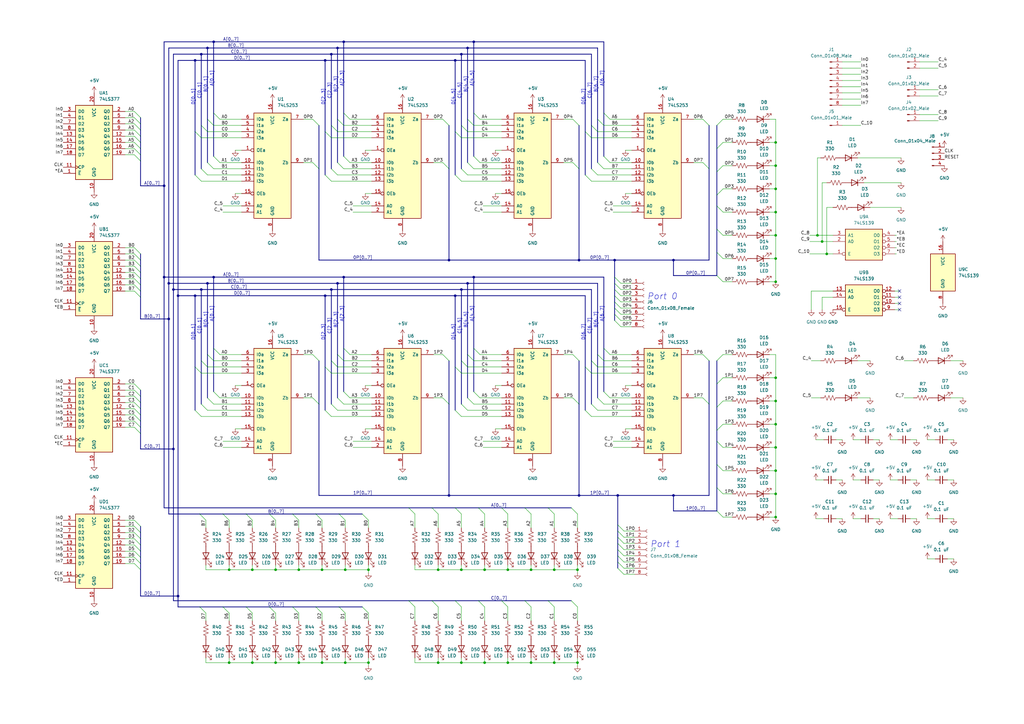
<source format=kicad_sch>
(kicad_sch (version 20211123) (generator eeschema)
  (paper "A3")
  (title_block (title "i281 Register File") (date "2024-02-07") (rev "D") (company "Senior Design Team 14") (comment 1 "sdmay23-14"))
  (junction (at 186.69 24.765))
  (junction (at 141.605 233.68))
  (junction (at 318.135 77.47))
  (junction (at 69.215 130.81))
  (junction (at 73.025 244.475))
  (junction (at 93.98 271.78))
  (junction (at 208.28 271.78))
  (junction (at 335.28 96.52))
  (junction (at 318.135 67.945))
  (junction (at 138.43 19.685))
  (junction (at 93.98 233.68))
  (junction (at 318.135 173.99))
  (junction (at 318.135 212.09))
  (junction (at 87.63 17.145))
  (junction (at 113.03 233.68))
  (junction (at 132.08 233.68))
  (junction (at 133.35 121.285))
  (junction (at 189.23 271.78))
  (junction (at 151.13 233.68))
  (junction (at 318.135 193.04))
  (junction (at 133.35 24.765))
  (junction (at 184.15 203.2))
  (junction (at 198.755 233.68))
  (junction (at 253.365 203.2))
  (junction (at 318.135 96.52))
  (junction (at 103.505 233.68))
  (junction (at 103.505 271.78))
  (junction (at 252.095 106.68))
  (junction (at 85.09 19.685))
  (junction (at 318.135 115.57))
  (junction (at 67.31 113.665))
  (junction (at 132.08 271.78))
  (junction (at 194.31 17.145))
  (junction (at 113.03 271.78))
  (junction (at 67.31 76.2))
  (junction (at 191.77 19.685))
  (junction (at 82.55 22.225))
  (junction (at 237.49 106.68))
  (junction (at 318.135 86.995))
  (junction (at 80.01 121.285))
  (junction (at 73.025 121.285))
  (junction (at 318.135 183.515))
  (junction (at 194.31 113.665))
  (junction (at 318.135 202.565))
  (junction (at 208.28 233.68))
  (junction (at 71.12 184.15))
  (junction (at 135.89 22.225))
  (junction (at 87.63 113.665))
  (junction (at 71.12 118.745))
  (junction (at 318.135 154.94))
  (junction (at 198.755 271.78))
  (junction (at 140.97 17.145))
  (junction (at 122.555 271.78))
  (junction (at 189.23 118.745))
  (junction (at 135.89 118.745))
  (junction (at 151.13 271.78))
  (junction (at 227.33 233.68))
  (junction (at 189.23 22.225))
  (junction (at 122.555 233.68))
  (junction (at 337.185 99.06))
  (junction (at 276.225 203.2))
  (junction (at 276.225 106.68))
  (junction (at 217.805 271.78))
  (junction (at 339.09 104.14))
  (junction (at 80.01 24.765))
  (junction (at 82.55 118.745))
  (junction (at 141.605 271.78))
  (junction (at 236.855 233.68))
  (junction (at 189.23 233.68))
  (junction (at 318.135 58.42))
  (junction (at 138.43 116.205))
  (junction (at 217.805 233.68))
  (junction (at 179.705 233.68))
  (junction (at 318.135 106.045))
  (junction (at 191.77 116.205))
  (junction (at 186.69 121.285))
  (junction (at 69.215 116.205))
  (junction (at 179.705 271.78))
  (junction (at 184.15 106.68))
  (junction (at 227.33 271.78))
  (junction (at 140.97 113.665))
  (junction (at 318.135 164.465))
  (junction (at 85.09 116.205))
  (junction (at 237.49 203.2))
  (junction (at 236.855 271.78))
  (no_connect (at 368.935 119.38))
  (no_connect (at 368.935 127))
  (no_connect (at 368.935 124.46))
  (no_connect (at 368.935 121.92))
  (bus_entry (at 186.69 246.38) (size 2.54 2.54))
  (bus_entry (at 55.118 111.76) (size 2.54 2.54))
  (bus_entry (at 177.165 208.28) (size 2.54 2.54))
  (bus_entry (at 181.61 163.195) (size 2.54 2.54))
  (bus_entry (at 55.118 165.1) (size 2.54 2.54))
  (bus_entry (at 242.57 69.215) (size 2.54 2.54))
  (bus_entry (at 55.118 101.6) (size 2.54 2.54))
  (bus_entry (at 55.118 58.42) (size 2.54 2.54))
  (bus_entry (at 139.065 210.82) (size 2.54 2.54))
  (bus_entry (at 294.005 190.5) (size 2.54 2.54))
  (bus_entry (at 194.31 46.355) (size 2.54 2.54))
  (bus_entry (at 253.365 233.045) (size 2.54 2.54))
  (bus_entry (at 247.65 142.875) (size 2.54 2.54))
  (bus_entry (at 55.118 63.5) (size 2.54 2.54))
  (bus_entry (at 55.118 172.72) (size 2.54 2.54))
  (bus_entry (at 242.57 147.955) (size 2.54 2.54))
  (bus_entry (at 87.63 64.135) (size 2.54 2.54))
  (bus_entry (at 194.31 64.135) (size 2.54 2.54))
  (bus_entry (at 91.44 210.82) (size 2.54 2.54))
  (bus_entry (at 288.29 145.415) (size 2.54 2.54))
  (bus_entry (at 253.365 220.345) (size 2.54 2.54))
  (bus_entry (at 140.97 142.875) (size 2.54 2.54))
  (bus_entry (at 234.95 145.415) (size 2.54 2.54))
  (bus_entry (at 133.35 53.975) (size 2.54 2.54))
  (bus_entry (at 128.27 66.675) (size 2.54 2.54))
  (bus_entry (at 245.11 48.895) (size 2.54 2.54))
  (bus_entry (at 253.365 215.265) (size 2.54 2.54))
  (bus_entry (at 245.11 145.415) (size 2.54 2.54))
  (bus_entry (at 55.118 162.56) (size 2.54 2.54))
  (bus_entry (at 294.005 70.485) (size 2.54 -2.54))
  (bus_entry (at 240.03 168.275) (size 2.54 2.54))
  (bus_entry (at 135.89 165.735) (size 2.54 2.54))
  (bus_entry (at 55.118 167.64) (size 2.54 2.54))
  (bus_entry (at 294.005 93.98) (size 2.54 2.54))
  (bus_entry (at 294.005 60.96) (size 2.54 -2.54))
  (bus_entry (at 294.005 103.505) (size 2.54 2.54))
  (bus_entry (at 140.97 160.655) (size 2.54 2.54))
  (bus_entry (at 189.23 69.215) (size 2.54 2.54))
  (bus_entry (at 234.315 208.28) (size 2.54 2.54))
  (bus_entry (at 138.43 145.415) (size 2.54 2.54))
  (bus_entry (at 253.365 230.505) (size 2.54 2.54))
  (bus_entry (at 252.095 113.665) (size 2.54 2.54))
  (bus_entry (at 194.31 142.875) (size 2.54 2.54))
  (bus_entry (at 294.005 167.005) (size 2.54 -2.54))
  (bus_entry (at 135.89 147.955) (size 2.54 2.54))
  (bus_entry (at 55.118 231.14) (size 2.54 2.54))
  (bus_entry (at 55.118 213.36) (size 2.54 2.54))
  (bus_entry (at 100.965 210.82) (size 2.54 2.54))
  (bus_entry (at 55.118 215.9) (size 2.54 2.54))
  (bus_entry (at 55.118 50.8) (size 2.54 2.54))
  (bus_entry (at 288.29 163.195) (size 2.54 2.54))
  (bus_entry (at 82.55 69.215) (size 2.54 2.54))
  (bus_entry (at 186.69 150.495) (size 2.54 2.54))
  (bus_entry (at 252.095 128.905) (size 2.54 2.54))
  (bus_entry (at 194.31 160.655) (size 2.54 2.54))
  (bus_entry (at 224.79 208.28) (size 2.54 2.54))
  (bus_entry (at 252.095 131.445) (size 2.54 2.54))
  (bus_entry (at 138.43 163.195) (size 2.54 2.54))
  (bus_entry (at 87.63 46.355) (size 2.54 2.54))
  (bus_entry (at 85.09 66.675) (size 2.54 2.54))
  (bus_entry (at 167.64 208.28) (size 2.54 2.54))
  (bus_entry (at 55.118 104.14) (size 2.54 2.54))
  (bus_entry (at 55.118 218.44) (size 2.54 2.54))
  (bus_entry (at 253.365 227.965) (size 2.54 2.54))
  (bus_entry (at 294.005 147.955) (size 2.54 -2.54))
  (bus_entry (at 133.35 168.275) (size 2.54 2.54))
  (bus_entry (at 128.27 145.415) (size 2.54 2.54))
  (bus_entry (at 253.365 217.805) (size 2.54 2.54))
  (bus_entry (at 294.005 200.025) (size 2.54 2.54))
  (bus_entry (at 240.03 150.495) (size 2.54 2.54))
  (bus_entry (at 55.118 220.98) (size 2.54 2.54))
  (bus_entry (at 186.69 168.275) (size 2.54 2.54))
  (bus_entry (at 242.57 51.435) (size 2.54 2.54))
  (bus_entry (at 177.165 246.38) (size 2.54 2.54))
  (bus_entry (at 148.59 210.82) (size 2.54 2.54))
  (bus_entry (at 55.118 119.38) (size 2.54 2.54))
  (bus_entry (at 128.27 163.195) (size 2.54 2.54))
  (bus_entry (at 205.74 208.28) (size 2.54 2.54))
  (bus_entry (at 55.118 226.06) (size 2.54 2.54))
  (bus_entry (at 55.118 109.22) (size 2.54 2.54))
  (bus_entry (at 186.69 208.28) (size 2.54 2.54))
  (bus_entry (at 191.77 145.415) (size 2.54 2.54))
  (bus_entry (at 87.63 142.875) (size 2.54 2.54))
  (bus_entry (at 252.095 116.205) (size 2.54 2.54))
  (bus_entry (at 55.118 48.26) (size 2.54 2.54))
  (bus_entry (at 55.118 157.48) (size 2.54 2.54))
  (bus_entry (at 82.55 165.735) (size 2.54 2.54))
  (bus_entry (at 205.74 246.38) (size 2.54 2.54))
  (bus_entry (at 55.118 223.52) (size 2.54 2.54))
  (bus_entry (at 140.97 64.135) (size 2.54 2.54))
  (bus_entry (at 252.095 126.365) (size 2.54 2.54))
  (bus_entry (at 252.095 118.745) (size 2.54 2.54))
  (bus_entry (at 55.118 45.72) (size 2.54 2.54))
  (bus_entry (at 245.11 163.195) (size 2.54 2.54))
  (bus_entry (at 85.09 163.195) (size 2.54 2.54))
  (bus_entry (at 55.118 228.6) (size 2.54 2.54))
  (bus_entry (at 181.61 66.675) (size 2.54 2.54))
  (bus_entry (at 191.77 66.675) (size 2.54 2.54))
  (bus_entry (at 242.57 165.735) (size 2.54 2.54))
  (bus_entry (at 294.005 113.03) (size 2.54 2.54))
  (bus_entry (at 148.59 248.92) (size 2.54 2.54))
  (bus_entry (at 129.54 248.92) (size 2.54 2.54))
  (bus_entry (at 139.065 248.92) (size 2.54 2.54))
  (bus_entry (at 120.015 248.92) (size 2.54 2.54))
  (bus_entry (at 81.915 248.92) (size 2.54 2.54))
  (bus_entry (at 110.49 248.92) (size 2.54 2.54))
  (bus_entry (at 91.44 248.92) (size 2.54 2.54))
  (bus_entry (at 100.965 248.92) (size 2.54 2.54))
  (bus_entry (at 55.118 114.3) (size 2.54 2.54))
  (bus_entry (at 189.23 147.955) (size 2.54 2.54))
  (bus_entry (at 191.77 163.195) (size 2.54 2.54))
  (bus_entry (at 85.09 145.415) (size 2.54 2.54))
  (bus_entry (at 135.89 51.435) (size 2.54 2.54))
  (bus_entry (at 247.65 64.135) (size 2.54 2.54))
  (bus_entry (at 288.29 48.895) (size 2.54 2.54))
  (bus_entry (at 138.43 48.895) (size 2.54 2.54))
  (bus_entry (at 135.89 69.215) (size 2.54 2.54))
  (bus_entry (at 294.005 157.48) (size 2.54 -2.54))
  (bus_entry (at 55.118 53.34) (size 2.54 2.54))
  (bus_entry (at 196.215 246.38) (size 2.54 2.54))
  (bus_entry (at 55.118 170.18) (size 2.54 2.54))
  (bus_entry (at 80.01 150.495) (size 2.54 2.54))
  (bus_entry (at 140.97 46.355) (size 2.54 2.54))
  (bus_entry (at 189.23 51.435) (size 2.54 2.54))
  (bus_entry (at 55.118 106.68) (size 2.54 2.54))
  (bus_entry (at 215.265 208.28) (size 2.54 2.54))
  (bus_entry (at 186.69 71.755) (size 2.54 2.54))
  (bus_entry (at 80.01 168.275) (size 2.54 2.54))
  (bus_entry (at 247.65 46.355) (size 2.54 2.54))
  (bus_entry (at 252.095 123.825) (size 2.54 2.54))
  (bus_entry (at 55.118 60.96) (size 2.54 2.54))
  (bus_entry (at 167.64 246.38) (size 2.54 2.54))
  (bus_entry (at 186.69 53.975) (size 2.54 2.54))
  (bus_entry (at 181.61 48.895) (size 2.54 2.54))
  (bus_entry (at 191.77 48.895) (size 2.54 2.54))
  (bus_entry (at 133.35 150.495) (size 2.54 2.54))
  (bus_entry (at 87.63 160.655) (size 2.54 2.54))
  (bus_entry (at 245.11 66.675) (size 2.54 2.54))
  (bus_entry (at 85.09 48.895) (size 2.54 2.54))
  (bus_entry (at 80.01 53.975) (size 2.54 2.54))
  (bus_entry (at 80.01 71.755) (size 2.54 2.54))
  (bus_entry (at 120.015 210.82) (size 2.54 2.54))
  (bus_entry (at 234.95 163.195) (size 2.54 2.54))
  (bus_entry (at 189.23 165.735) (size 2.54 2.54))
  (bus_entry (at 196.215 208.28) (size 2.54 2.54))
  (bus_entry (at 181.61 145.415) (size 2.54 2.54))
  (bus_entry (at 234.95 66.675) (size 2.54 2.54))
  (bus_entry (at 294.005 209.55) (size 2.54 2.54))
  (bus_entry (at 55.118 175.26) (size 2.54 2.54))
  (bus_entry (at 294.005 51.435) (size 2.54 -2.54))
  (bus_entry (at 240.03 53.975) (size 2.54 2.54))
  (bus_entry (at 234.315 246.38) (size 2.54 2.54))
  (bus_entry (at 224.79 246.38) (size 2.54 2.54))
  (bus_entry (at 294.005 80.01) (size 2.54 -2.54))
  (bus_entry (at 82.55 51.435) (size 2.54 2.54))
  (bus_entry (at 110.49 210.82) (size 2.54 2.54))
  (bus_entry (at 215.265 246.38) (size 2.54 2.54))
  (bus_entry (at 253.365 225.425) (size 2.54 2.54))
  (bus_entry (at 55.118 116.84) (size 2.54 2.54))
  (bus_entry (at 252.095 121.285) (size 2.54 2.54))
  (bus_entry (at 55.118 160.02) (size 2.54 2.54))
  (bus_entry (at 294.005 176.53) (size 2.54 -2.54))
  (bus_entry (at 294.005 84.455) (size 2.54 2.54))
  (bus_entry (at 240.03 71.755) (size 2.54 2.54))
  (bus_entry (at 253.365 222.885) (size 2.54 2.54))
  (bus_entry (at 138.43 66.675) (size 2.54 2.54))
  (bus_entry (at 128.27 48.895) (size 2.54 2.54))
  (bus_entry (at 82.55 147.955) (size 2.54 2.54))
  (bus_entry (at 234.95 48.895) (size 2.54 2.54))
  (bus_entry (at 288.29 66.675) (size 2.54 2.54))
  (bus_entry (at 247.65 160.655) (size 2.54 2.54))
  (bus_entry (at 294.005 180.975) (size 2.54 2.54))
  (bus_entry (at 55.118 55.88) (size 2.54 2.54))
  (bus_entry (at 81.915 210.82) (size 2.54 2.54))
  (bus_entry (at 133.35 71.755) (size 2.54 2.54))
  (bus_entry (at 129.54 210.82) (size 2.54 2.54))
  (bus (pts (xy 110.49 210.82) (xy 120.015 210.82)))
  (bus (pts (xy 69.215 130.81) (xy 69.215 210.82)))
  (bus (pts (xy 189.23 147.955) (xy 189.23 153.035)))
  (bus (pts (xy 252.095 121.285) (xy 252.095 123.825)))
  (wire (pts (xy 335.28 96.52) (xy 335.28 64.77)))
  (wire (pts (xy 191.77 71.755) (xy 205.74 71.755)))
  (wire (pts (xy 179.705 210.82) (xy 179.705 216.535)))
  (wire (pts (xy 335.28 64.77) (xy 336.55 64.77)))
  (wire (pts (xy 196.85 163.195) (xy 205.74 163.195)))
  (wire (pts (xy 84.455 271.78) (xy 93.98 271.78)))
  (wire (pts (xy 141.605 251.46) (xy 141.605 254.635)))
  (wire (pts (xy 349.885 180.34) (xy 353.06 180.34)))
  (wire (pts (xy 332.74 147.955) (xy 336.55 147.955)))
  (wire (pts (xy 132.08 251.46) (xy 132.08 254.635)))
  (wire (pts (xy 345.44 25.4) (xy 353.06 25.4)))
  (bus (pts (xy 138.43 150.495) (xy 138.43 163.195)))
  (bus (pts (xy 247.65 147.955) (xy 247.65 160.655)))
  (wire (pts (xy 189.23 271.78) (xy 198.755 271.78)))
  (bus (pts (xy 186.69 246.38) (xy 196.215 246.38)))
  (wire (pts (xy 91.44 86.995) (xy 99.06 86.995)))
  (bus (pts (xy 57.658 177.8) (xy 57.658 184.15)))
  (bus (pts (xy 196.215 208.28) (xy 205.74 208.28)))
  (wire (pts (xy 170.18 269.875) (xy 170.18 271.78)))
  (wire (pts (xy 177.8 48.895) (xy 181.61 48.895)))
  (bus (pts (xy 57.658 162.56) (xy 57.658 165.1)))
  (bus (pts (xy 57.658 53.34) (xy 57.658 55.88)))
  (wire (pts (xy 255.905 225.425) (xy 260.35 225.425)))
  (bus (pts (xy 87.63 113.665) (xy 140.97 113.665)))
  (bus (pts (xy 294.005 60.96) (xy 294.005 70.485)))
  (bus (pts (xy 186.69 24.765) (xy 186.69 53.975)))
  (wire (pts (xy 250.19 48.895) (xy 259.08 48.895)))
  (bus (pts (xy 80.01 121.285) (xy 80.01 150.495)))
  (wire (pts (xy 377.19 49.53) (xy 384.81 49.53)))
  (wire (pts (xy 113.03 231.775) (xy 113.03 233.68)))
  (bus (pts (xy 294.005 200.025) (xy 294.005 209.55)))
  (bus (pts (xy 81.915 210.82) (xy 91.44 210.82)))
  (wire (pts (xy 143.51 66.675) (xy 152.4 66.675)))
  (bus (pts (xy 130.81 165.735) (xy 130.81 203.2)))
  (wire (pts (xy 296.545 202.565) (xy 300.355 202.565)))
  (bus (pts (xy 91.44 210.82) (xy 100.965 210.82)))
  (bus (pts (xy 57.658 160.02) (xy 57.658 162.56)))
  (bus (pts (xy 57.658 76.2) (xy 67.31 76.2)))
  (wire (pts (xy 91.44 180.975) (xy 99.06 180.975)))
  (bus (pts (xy 140.97 142.875) (xy 140.97 147.955)))
  (wire (pts (xy 144.78 180.975) (xy 152.4 180.975)))
  (wire (pts (xy 113.03 233.68) (xy 122.555 233.68)))
  (bus (pts (xy 85.09 48.895) (xy 85.09 53.975)))
  (bus (pts (xy 85.09 116.205) (xy 85.09 145.415)))
  (wire (pts (xy 84.455 269.875) (xy 84.455 271.78)))
  (wire (pts (xy 217.805 231.775) (xy 217.805 233.68)))
  (wire (pts (xy 51.308 228.6) (xy 55.118 228.6)))
  (wire (pts (xy 315.595 77.47) (xy 318.135 77.47)))
  (wire (pts (xy 315.595 145.415) (xy 318.135 145.415)))
  (bus (pts (xy 253.365 222.885) (xy 253.365 225.425)))
  (bus (pts (xy 242.57 147.955) (xy 242.57 153.035)))
  (bus (pts (xy 81.915 248.92) (xy 91.44 248.92)))
  (wire (pts (xy 341.63 121.92) (xy 337.185 121.92)))
  (bus (pts (xy 67.31 17.145) (xy 67.31 76.2)))
  (wire (pts (xy 349.885 212.725) (xy 353.06 212.725)))
  (wire (pts (xy 391.16 180.34) (xy 388.62 180.34)))
  (wire (pts (xy 318.135 67.945) (xy 315.595 67.945)))
  (bus (pts (xy 290.83 69.215) (xy 290.83 106.68)))
  (wire (pts (xy 242.57 170.815) (xy 259.08 170.815)))
  (wire (pts (xy 189.23 153.035) (xy 205.74 153.035)))
  (wire (pts (xy 332.74 163.195) (xy 336.55 163.195)))
  (wire (pts (xy 375.92 180.34) (xy 373.38 180.34)))
  (bus (pts (xy 276.225 203.2) (xy 276.225 209.55)))
  (bus (pts (xy 247.65 51.435) (xy 247.65 64.135)))
  (bus (pts (xy 82.55 56.515) (xy 82.55 69.215)))
  (wire (pts (xy 367.665 101.6) (xy 367.03 101.6)))
  (wire (pts (xy 122.555 233.68) (xy 132.08 233.68)))
  (wire (pts (xy 284.48 48.895) (xy 288.29 48.895)))
  (wire (pts (xy 256.54 61.595) (xy 259.08 61.595)))
  (wire (pts (xy 103.505 269.875) (xy 103.505 271.78)))
  (wire (pts (xy 255.905 230.505) (xy 260.35 230.505)))
  (bus (pts (xy 57.658 184.15) (xy 71.12 184.15)))
  (wire (pts (xy 151.13 251.46) (xy 151.13 254.635)))
  (wire (pts (xy 203.2 158.115) (xy 205.74 158.115)))
  (wire (pts (xy 318.135 145.415) (xy 318.135 154.94)))
  (bus (pts (xy 133.35 150.495) (xy 133.35 168.275)))
  (bus (pts (xy 237.49 106.68) (xy 237.49 69.215)))
  (wire (pts (xy 198.755 269.875) (xy 198.755 271.78)))
  (wire (pts (xy 122.555 231.775) (xy 122.555 233.68)))
  (bus (pts (xy 87.63 51.435) (xy 87.63 64.135)))
  (wire (pts (xy 87.63 69.215) (xy 99.06 69.215)))
  (wire (pts (xy 141.605 271.78) (xy 151.13 271.78)))
  (wire (pts (xy 318.135 154.94) (xy 318.135 164.465)))
  (wire (pts (xy 375.92 196.85) (xy 373.38 196.85)))
  (wire (pts (xy 51.308 63.5) (xy 55.118 63.5)))
  (bus (pts (xy 294.005 70.485) (xy 294.005 80.01)))
  (wire (pts (xy 85.09 150.495) (xy 99.06 150.495)))
  (wire (pts (xy 254.635 131.445) (xy 259.08 131.445)))
  (bus (pts (xy 57.658 226.06) (xy 57.658 228.6)))
  (wire (pts (xy 51.308 109.22) (xy 55.118 109.22)))
  (wire (pts (xy 113.03 271.78) (xy 122.555 271.78)))
  (wire (pts (xy 380.365 212.725) (xy 383.54 212.725)))
  (bus (pts (xy 245.11 145.415) (xy 245.11 150.495)))
  (bus (pts (xy 138.43 48.895) (xy 138.43 53.975)))
  (bus (pts (xy 130.81 203.2) (xy 184.15 203.2)))
  (wire (pts (xy 236.855 269.875) (xy 236.855 271.78)))
  (wire (pts (xy 191.77 168.275) (xy 205.74 168.275)))
  (bus (pts (xy 247.65 142.875) (xy 247.65 147.955)))
  (wire (pts (xy 122.555 251.46) (xy 122.555 254.635)))
  (bus (pts (xy 133.35 121.285) (xy 186.69 121.285)))
  (wire (pts (xy 318.135 202.565) (xy 318.135 212.09)))
  (wire (pts (xy 140.97 147.955) (xy 152.4 147.955)))
  (wire (pts (xy 367.03 124.46) (xy 368.935 124.46)))
  (wire (pts (xy 170.18 210.82) (xy 170.18 216.535)))
  (bus (pts (xy 57.658 175.26) (xy 57.658 177.8)))
  (wire (pts (xy 242.57 153.035) (xy 259.08 153.035)))
  (wire (pts (xy 367.665 99.06) (xy 367.03 99.06)))
  (bus (pts (xy 253.365 217.805) (xy 253.365 220.345)))
  (wire (pts (xy 51.308 116.84) (xy 55.118 116.84)))
  (bus (pts (xy 294.005 147.955) (xy 294.005 157.48)))
  (wire (pts (xy 345.44 30.48) (xy 353.06 30.48)))
  (bus (pts (xy 245.11 53.975) (xy 245.11 66.675)))
  (wire (pts (xy 345.44 35.56) (xy 353.06 35.56)))
  (bus (pts (xy 205.74 208.28) (xy 215.265 208.28)))
  (bus (pts (xy 71.12 22.225) (xy 82.55 22.225)))
  (bus (pts (xy 82.55 22.225) (xy 135.89 22.225)))
  (wire (pts (xy 365.125 180.34) (xy 368.3 180.34)))
  (wire (pts (xy 51.308 106.68) (xy 55.118 106.68)))
  (wire (pts (xy 103.505 271.78) (xy 113.03 271.78)))
  (bus (pts (xy 110.49 248.92) (xy 120.015 248.92)))
  (bus (pts (xy 191.77 145.415) (xy 191.77 150.495)))
  (bus (pts (xy 184.15 147.955) (xy 184.15 165.735)))
  (wire (pts (xy 189.23 170.815) (xy 205.74 170.815)))
  (bus (pts (xy 245.11 116.205) (xy 245.11 145.415)))
  (bus (pts (xy 276.225 209.55) (xy 294.005 209.55)))
  (wire (pts (xy 227.33 269.875) (xy 227.33 271.78)))
  (bus (pts (xy 139.065 210.82) (xy 148.59 210.82)))
  (bus (pts (xy 252.095 118.745) (xy 252.095 121.285)))
  (wire (pts (xy 85.09 71.755) (xy 99.06 71.755)))
  (wire (pts (xy 255.905 227.965) (xy 260.35 227.965)))
  (wire (pts (xy 141.605 231.775) (xy 141.605 233.68)))
  (wire (pts (xy 194.31 51.435) (xy 205.74 51.435)))
  (bus (pts (xy 82.55 147.955) (xy 82.55 153.035)))
  (wire (pts (xy 51.308 157.48) (xy 55.118 157.48)))
  (bus (pts (xy 186.69 53.975) (xy 186.69 71.755)))
  (wire (pts (xy 367.665 96.52) (xy 367.03 96.52)))
  (wire (pts (xy 296.545 96.52) (xy 300.355 96.52)))
  (bus (pts (xy 191.77 150.495) (xy 191.77 163.195)))
  (bus (pts (xy 252.095 106.68) (xy 276.225 106.68)))
  (bus (pts (xy 294.005 190.5) (xy 294.005 200.025)))
  (bus (pts (xy 177.165 246.38) (xy 186.69 246.38)))
  (bus (pts (xy 294.005 80.01) (xy 294.005 84.455)))
  (wire (pts (xy 256.54 158.115) (xy 259.08 158.115)))
  (bus (pts (xy 140.97 17.145) (xy 194.31 17.145)))
  (bus (pts (xy 57.658 231.14) (xy 57.658 233.68)))
  (wire (pts (xy 296.545 58.42) (xy 300.355 58.42)))
  (wire (pts (xy 227.33 210.82) (xy 227.33 216.535)))
  (bus (pts (xy 194.31 51.435) (xy 194.31 64.135)))
  (bus (pts (xy 252.095 113.665) (xy 252.095 116.205)))
  (wire (pts (xy 138.43 150.495) (xy 152.4 150.495)))
  (wire (pts (xy 236.855 231.775) (xy 236.855 233.68)))
  (wire (pts (xy 318.135 48.895) (xy 318.135 58.42)))
  (bus (pts (xy 196.215 246.38) (xy 205.74 246.38)))
  (wire (pts (xy 149.86 79.375) (xy 152.4 79.375)))
  (bus (pts (xy 194.31 17.145) (xy 194.31 46.355)))
  (wire (pts (xy 345.44 33.02) (xy 353.06 33.02)))
  (bus (pts (xy 69.215 210.82) (xy 81.915 210.82)))
  (bus (pts (xy 71.12 184.15) (xy 71.12 246.38)))
  (wire (pts (xy 85.09 168.275) (xy 99.06 168.275)))
  (bus (pts (xy 140.97 113.665) (xy 194.31 113.665)))
  (wire (pts (xy 296.545 154.94) (xy 300.355 154.94)))
  (wire (pts (xy 151.13 231.775) (xy 151.13 233.68)))
  (wire (pts (xy 318.135 96.52) (xy 315.595 96.52)))
  (wire (pts (xy 296.545 106.045) (xy 300.355 106.045)))
  (wire (pts (xy 198.12 84.455) (xy 205.74 84.455)))
  (bus (pts (xy 73.025 248.92) (xy 81.915 248.92)))
  (wire (pts (xy 122.555 271.78) (xy 132.08 271.78)))
  (wire (pts (xy 247.65 51.435) (xy 259.08 51.435)))
  (wire (pts (xy 227.33 231.775) (xy 227.33 233.68)))
  (wire (pts (xy 198.755 248.92) (xy 198.755 254.635)))
  (bus (pts (xy 80.01 24.765) (xy 80.01 53.975)))
  (bus (pts (xy 85.09 145.415) (xy 85.09 150.495)))
  (bus (pts (xy 57.658 223.52) (xy 57.658 226.06)))
  (wire (pts (xy 351.79 163.195) (xy 356.87 163.195)))
  (wire (pts (xy 87.63 51.435) (xy 99.06 51.435)))
  (bus (pts (xy 57.658 63.5) (xy 57.658 66.04)))
  (bus (pts (xy 205.74 246.38) (xy 215.265 246.38)))
  (wire (pts (xy 196.85 66.675) (xy 205.74 66.675)))
  (wire (pts (xy 138.43 168.275) (xy 152.4 168.275)))
  (wire (pts (xy 318.135 96.52) (xy 318.135 106.045)))
  (wire (pts (xy 124.46 48.895) (xy 128.27 48.895)))
  (wire (pts (xy 84.455 231.775) (xy 84.455 233.68)))
  (wire (pts (xy 256.54 79.375) (xy 259.08 79.375)))
  (wire (pts (xy 247.65 165.735) (xy 259.08 165.735)))
  (wire (pts (xy 245.11 53.975) (xy 259.08 53.975)))
  (wire (pts (xy 217.805 269.875) (xy 217.805 271.78)))
  (bus (pts (xy 82.55 51.435) (xy 82.55 56.515)))
  (wire (pts (xy 377.19 25.4) (xy 384.81 25.4)))
  (bus (pts (xy 85.09 150.495) (xy 85.09 163.195)))
  (bus (pts (xy 167.64 208.28) (xy 177.165 208.28)))
  (wire (pts (xy 189.23 56.515) (xy 205.74 56.515)))
  (bus (pts (xy 184.15 203.2) (xy 237.49 203.2)))
  (bus (pts (xy 245.11 150.495) (xy 245.11 163.195)))
  (wire (pts (xy 254.635 121.285) (xy 259.08 121.285)))
  (bus (pts (xy 290.83 147.955) (xy 290.83 165.735)))
  (bus (pts (xy 87.63 113.665) (xy 87.63 142.875)))
  (wire (pts (xy 318.135 212.09) (xy 315.595 212.09)))
  (bus (pts (xy 215.265 246.38) (xy 224.79 246.38)))
  (wire (pts (xy 51.308 170.18) (xy 55.118 170.18)))
  (bus (pts (xy 57.658 104.14) (xy 57.658 106.68)))
  (wire (pts (xy 341.63 119.38) (xy 332.74 119.38)))
  (wire (pts (xy 334.645 212.725) (xy 337.82 212.725)))
  (bus (pts (xy 85.09 19.685) (xy 138.43 19.685)))
  (wire (pts (xy 170.18 233.68) (xy 179.705 233.68)))
  (wire (pts (xy 245.11 150.495) (xy 259.08 150.495)))
  (wire (pts (xy 122.555 213.36) (xy 122.555 216.535)))
  (wire (pts (xy 254.635 116.205) (xy 259.08 116.205)))
  (wire (pts (xy 198.755 271.78) (xy 208.28 271.78)))
  (wire (pts (xy 149.86 175.895) (xy 152.4 175.895)))
  (bus (pts (xy 67.31 113.665) (xy 67.31 208.28)))
  (bus (pts (xy 57.658 165.1) (xy 57.658 167.64)))
  (bus (pts (xy 290.83 165.735) (xy 290.83 203.2)))
  (wire (pts (xy 138.43 71.755) (xy 152.4 71.755)))
  (wire (pts (xy 135.89 74.295) (xy 152.4 74.295)))
  (bus (pts (xy 194.31 46.355) (xy 194.31 51.435)))
  (wire (pts (xy 337.185 99.06) (xy 341.63 99.06)))
  (bus (pts (xy 294.005 84.455) (xy 294.005 93.98)))
  (bus (pts (xy 57.658 167.64) (xy 57.658 170.18)))
  (wire (pts (xy 208.28 269.875) (xy 208.28 271.78)))
  (bus (pts (xy 167.64 246.38) (xy 177.165 246.38)))
  (bus (pts (xy 133.35 24.765) (xy 133.35 53.975)))
  (bus (pts (xy 139.065 248.92) (xy 148.59 248.92)))
  (bus (pts (xy 80.01 121.285) (xy 133.35 121.285)))
  (bus (pts (xy 252.095 123.825) (xy 252.095 126.365)))
  (wire (pts (xy 93.98 271.78) (xy 103.505 271.78)))
  (wire (pts (xy 203.2 61.595) (xy 205.74 61.595)))
  (bus (pts (xy 167.64 208.28) (xy 67.31 208.28)))
  (wire (pts (xy 191.77 53.975) (xy 205.74 53.975)))
  (wire (pts (xy 141.605 213.36) (xy 141.605 216.535)))
  (bus (pts (xy 177.165 208.28) (xy 186.69 208.28)))
  (wire (pts (xy 103.505 231.775) (xy 103.505 233.68)))
  (wire (pts (xy 245.11 71.755) (xy 259.08 71.755)))
  (bus (pts (xy 71.12 246.38) (xy 167.64 246.38)))
  (bus (pts (xy 82.55 118.745) (xy 135.89 118.745)))
  (wire (pts (xy 349.885 196.85) (xy 353.06 196.85)))
  (wire (pts (xy 318.135 58.42) (xy 318.135 67.945)))
  (bus (pts (xy 294.005 93.98) (xy 294.005 103.505)))
  (bus (pts (xy 224.79 208.28) (xy 234.315 208.28)))
  (bus (pts (xy 224.79 246.38) (xy 234.315 246.38)))
  (wire (pts (xy 140.97 69.215) (xy 152.4 69.215)))
  (wire (pts (xy 296.545 212.09) (xy 300.355 212.09)))
  (bus (pts (xy 242.57 51.435) (xy 242.57 56.515)))
  (wire (pts (xy 251.46 86.995) (xy 259.08 86.995)))
  (bus (pts (xy 242.57 118.745) (xy 242.57 147.955)))
  (wire (pts (xy 367.03 121.92) (xy 368.935 121.92)))
  (wire (pts (xy 194.31 69.215) (xy 205.74 69.215)))
  (wire (pts (xy 208.28 231.775) (xy 208.28 233.68)))
  (wire (pts (xy 179.705 231.775) (xy 179.705 233.68)))
  (wire (pts (xy 194.31 165.735) (xy 205.74 165.735)))
  (wire (pts (xy 189.23 269.875) (xy 189.23 271.78)))
  (bus (pts (xy 67.31 113.665) (xy 87.63 113.665)))
  (wire (pts (xy 203.2 79.375) (xy 205.74 79.375)))
  (wire (pts (xy 227.33 271.78) (xy 236.855 271.78)))
  (wire (pts (xy 345.44 27.94) (xy 353.06 27.94)))
  (bus (pts (xy 184.15 165.735) (xy 184.15 203.2)))
  (bus (pts (xy 240.03 150.495) (xy 240.03 168.275)))
  (wire (pts (xy 217.805 271.78) (xy 227.33 271.78)))
  (wire (pts (xy 296.545 86.995) (xy 300.355 86.995)))
  (bus (pts (xy 140.97 113.665) (xy 140.97 142.875)))
  (wire (pts (xy 377.19 46.99) (xy 384.81 46.99)))
  (wire (pts (xy 198.12 183.515) (xy 205.74 183.515)))
  (bus (pts (xy 57.658 116.84) (xy 57.658 119.38)))
  (wire (pts (xy 51.308 215.9) (xy 55.118 215.9)))
  (wire (pts (xy 255.905 222.885) (xy 260.35 222.885)))
  (wire (pts (xy 132.08 231.775) (xy 132.08 233.68)))
  (bus (pts (xy 186.69 121.285) (xy 240.03 121.285)))
  (wire (pts (xy 189.23 210.82) (xy 189.23 216.535)))
  (bus (pts (xy 135.89 22.225) (xy 189.23 22.225)))
  (bus (pts (xy 91.44 248.92) (xy 100.965 248.92)))
  (bus (pts (xy 130.81 51.435) (xy 130.81 69.215)))
  (wire (pts (xy 198.12 180.975) (xy 205.74 180.975)))
  (bus (pts (xy 130.81 147.955) (xy 130.81 165.735)))
  (wire (pts (xy 177.8 145.415) (xy 181.61 145.415)))
  (bus (pts (xy 87.63 142.875) (xy 87.63 147.955)))
  (wire (pts (xy 332.105 104.14) (xy 339.09 104.14)))
  (bus (pts (xy 71.12 118.745) (xy 71.12 184.15)))
  (wire (pts (xy 103.505 233.68) (xy 113.03 233.68)))
  (bus (pts (xy 276.225 203.2) (xy 290.83 203.2)))
  (wire (pts (xy 354.33 74.93) (xy 369.57 74.93)))
  (wire (pts (xy 251.46 180.975) (xy 259.08 180.975)))
  (wire (pts (xy 84.455 251.46) (xy 84.455 254.635)))
  (wire (pts (xy 90.17 163.195) (xy 99.06 163.195)))
  (wire (pts (xy 151.13 269.875) (xy 151.13 271.78)))
  (wire (pts (xy 51.308 165.1) (xy 55.118 165.1)))
  (wire (pts (xy 251.46 84.455) (xy 259.08 84.455)))
  (wire (pts (xy 87.63 165.735) (xy 99.06 165.735)))
  (wire (pts (xy 254.635 118.745) (xy 259.08 118.745)))
  (bus (pts (xy 240.03 53.975) (xy 240.03 71.755)))
  (wire (pts (xy 217.805 210.82) (xy 217.805 216.535)))
  (bus (pts (xy 57.658 121.92) (xy 57.658 130.81)))
  (bus (pts (xy 189.23 22.225) (xy 242.57 22.225)))
  (wire (pts (xy 250.19 163.195) (xy 259.08 163.195)))
  (wire (pts (xy 236.855 271.78) (xy 236.855 273.05)))
  (bus (pts (xy 252.095 106.68) (xy 237.49 106.68)))
  (bus (pts (xy 57.658 58.42) (xy 57.658 60.96)))
  (wire (pts (xy 189.23 248.92) (xy 189.23 254.635)))
  (bus (pts (xy 87.63 17.145) (xy 87.63 46.355)))
  (bus (pts (xy 67.31 17.145) (xy 87.63 17.145)))
  (wire (pts (xy 51.308 55.88) (xy 55.118 55.88)))
  (bus (pts (xy 100.965 210.82) (xy 110.49 210.82)))
  (wire (pts (xy 149.86 61.595) (xy 152.4 61.595)))
  (bus (pts (xy 253.365 203.2) (xy 253.365 215.265)))
  (bus (pts (xy 138.43 19.685) (xy 138.43 48.895)))
  (bus (pts (xy 194.31 147.955) (xy 194.31 160.655)))
  (wire (pts (xy 143.51 163.195) (xy 152.4 163.195)))
  (bus (pts (xy 85.09 19.685) (xy 85.09 48.895)))
  (bus (pts (xy 85.09 53.975) (xy 85.09 66.675)))
  (wire (pts (xy 339.09 85.09) (xy 341.63 85.09)))
  (bus (pts (xy 57.658 111.76) (xy 57.658 114.3)))
  (wire (pts (xy 247.65 147.955) (xy 259.08 147.955)))
  (wire (pts (xy 345.44 38.1) (xy 353.06 38.1)))
  (wire (pts (xy 377.19 36.83) (xy 384.81 36.83)))
  (bus (pts (xy 252.095 126.365) (xy 252.095 128.905)))
  (wire (pts (xy 135.89 170.815) (xy 152.4 170.815)))
  (wire (pts (xy 91.44 183.515) (xy 99.06 183.515)))
  (wire (pts (xy 318.135 115.57) (xy 315.595 115.57)))
  (wire (pts (xy 198.755 231.775) (xy 198.755 233.68)))
  (wire (pts (xy 149.86 158.115) (xy 152.4 158.115)))
  (bus (pts (xy 135.89 147.955) (xy 135.89 153.035)))
  (wire (pts (xy 132.08 271.78) (xy 141.605 271.78)))
  (wire (pts (xy 82.55 74.295) (xy 99.06 74.295)))
  (wire (pts (xy 236.855 210.82) (xy 236.855 216.535)))
  (bus (pts (xy 80.01 150.495) (xy 80.01 168.275)))
  (wire (pts (xy 96.52 61.595) (xy 99.06 61.595)))
  (bus (pts (xy 186.69 24.765) (xy 240.03 24.765)))
  (wire (pts (xy 51.308 114.3) (xy 55.118 114.3)))
  (bus (pts (xy 138.43 145.415) (xy 138.43 150.495)))
  (bus (pts (xy 140.97 46.355) (xy 140.97 51.435)))
  (bus (pts (xy 237.49 147.955) (xy 237.49 165.735)))
  (wire (pts (xy 170.18 231.775) (xy 170.18 233.68)))
  (wire (pts (xy 179.705 269.875) (xy 179.705 271.78)))
  (wire (pts (xy 189.23 231.775) (xy 189.23 233.68)))
  (bus (pts (xy 138.43 116.205) (xy 191.77 116.205)))
  (wire (pts (xy 113.03 213.36) (xy 113.03 216.535)))
  (wire (pts (xy 51.308 111.76) (xy 55.118 111.76)))
  (bus (pts (xy 73.025 24.765) (xy 80.01 24.765)))
  (bus (pts (xy 138.43 53.975) (xy 138.43 66.675)))
  (wire (pts (xy 318.135 164.465) (xy 315.595 164.465)))
  (wire (pts (xy 365.125 212.725) (xy 368.3 212.725)))
  (wire (pts (xy 103.505 213.36) (xy 103.505 216.535)))
  (bus (pts (xy 253.365 227.965) (xy 253.365 230.505)))
  (bus (pts (xy 294.005 180.975) (xy 294.005 190.5)))
  (wire (pts (xy 84.455 213.36) (xy 84.455 216.535)))
  (bus (pts (xy 276.225 106.68) (xy 290.83 106.68)))
  (bus (pts (xy 237.49 203.2) (xy 253.365 203.2)))
  (wire (pts (xy 151.13 233.68) (xy 151.13 234.95)))
  (wire (pts (xy 296.545 183.515) (xy 300.355 183.515)))
  (wire (pts (xy 208.28 248.92) (xy 208.28 254.635)))
  (wire (pts (xy 356.87 85.09) (xy 369.57 85.09)))
  (wire (pts (xy 296.545 164.465) (xy 300.355 164.465)))
  (bus (pts (xy 67.31 76.2) (xy 67.31 113.665)))
  (wire (pts (xy 389.89 147.955) (xy 394.97 147.955)))
  (wire (pts (xy 284.48 163.195) (xy 288.29 163.195)))
  (wire (pts (xy 113.03 251.46) (xy 113.03 254.635)))
  (wire (pts (xy 51.308 48.26) (xy 55.118 48.26)))
  (bus (pts (xy 129.54 210.82) (xy 139.065 210.82)))
  (wire (pts (xy 345.44 196.85) (xy 342.9 196.85)))
  (wire (pts (xy 335.28 96.52) (xy 341.63 96.52)))
  (bus (pts (xy 276.225 113.03) (xy 294.005 113.03)))
  (wire (pts (xy 170.18 248.92) (xy 170.18 254.635)))
  (bus (pts (xy 191.77 19.685) (xy 245.11 19.685)))
  (bus (pts (xy 245.11 19.685) (xy 245.11 48.895)))
  (wire (pts (xy 189.23 74.295) (xy 205.74 74.295)))
  (bus (pts (xy 69.215 19.685) (xy 85.09 19.685)))
  (wire (pts (xy 227.33 233.68) (xy 236.855 233.68)))
  (wire (pts (xy 251.46 183.515) (xy 259.08 183.515)))
  (wire (pts (xy 51.308 223.52) (xy 55.118 223.52)))
  (wire (pts (xy 124.46 66.675) (xy 128.27 66.675)))
  (wire (pts (xy 141.605 269.875) (xy 141.605 271.78)))
  (wire (pts (xy 242.57 74.295) (xy 259.08 74.295)))
  (wire (pts (xy 51.308 226.06) (xy 55.118 226.06)))
  (bus (pts (xy 135.89 22.225) (xy 135.89 51.435)))
  (wire (pts (xy 208.28 233.68) (xy 217.805 233.68)))
  (wire (pts (xy 360.68 196.85) (xy 358.14 196.85)))
  (wire (pts (xy 51.308 101.6) (xy 55.118 101.6)))
  (wire (pts (xy 51.308 167.64) (xy 55.118 167.64)))
  (bus (pts (xy 57.658 109.22) (xy 57.658 111.76)))
  (bus (pts (xy 57.658 55.88) (xy 57.658 58.42)))
  (wire (pts (xy 208.28 210.82) (xy 208.28 216.535)))
  (wire (pts (xy 318.135 106.045) (xy 318.135 115.57)))
  (wire (pts (xy 380.365 229.235) (xy 383.54 229.235)))
  (wire (pts (xy 51.308 104.14) (xy 55.118 104.14)))
  (bus (pts (xy 240.03 121.285) (xy 240.03 150.495)))
  (wire (pts (xy 132.08 269.875) (xy 132.08 271.78)))
  (wire (pts (xy 122.555 269.875) (xy 122.555 271.78)))
  (wire (pts (xy 96.52 175.895) (xy 99.06 175.895)))
  (wire (pts (xy 51.308 119.38) (xy 55.118 119.38)))
  (wire (pts (xy 143.51 145.415) (xy 152.4 145.415)))
  (wire (pts (xy 318.135 77.47) (xy 318.135 86.995)))
  (wire (pts (xy 51.308 45.72) (xy 55.118 45.72)))
  (wire (pts (xy 151.13 213.36) (xy 151.13 216.535)))
  (wire (pts (xy 96.52 158.115) (xy 99.06 158.115)))
  (wire (pts (xy 124.46 145.415) (xy 128.27 145.415)))
  (bus (pts (xy 253.365 215.265) (xy 253.365 217.805)))
  (wire (pts (xy 375.92 212.725) (xy 373.38 212.725)))
  (wire (pts (xy 315.595 86.995) (xy 318.135 86.995)))
  (wire (pts (xy 296.545 145.415) (xy 300.355 145.415)))
  (wire (pts (xy 140.97 165.735) (xy 152.4 165.735)))
  (bus (pts (xy 73.025 121.285) (xy 80.01 121.285)))
  (wire (pts (xy 93.98 231.775) (xy 93.98 233.68)))
  (bus (pts (xy 57.658 130.81) (xy 69.215 130.81)))
  (wire (pts (xy 296.545 173.99) (xy 300.355 173.99)))
  (wire (pts (xy 144.78 183.515) (xy 152.4 183.515)))
  (bus (pts (xy 252.095 116.205) (xy 252.095 118.745)))
  (bus (pts (xy 194.31 17.145) (xy 247.65 17.145)))
  (bus (pts (xy 87.63 147.955) (xy 87.63 160.655)))
  (bus (pts (xy 57.658 66.04) (xy 57.658 76.2)))
  (bus (pts (xy 194.31 113.665) (xy 194.31 142.875)))
  (wire (pts (xy 315.595 48.895) (xy 318.135 48.895)))
  (wire (pts (xy 90.17 48.895) (xy 99.06 48.895)))
  (bus (pts (xy 294.005 157.48) (xy 294.005 167.005)))
  (bus (pts (xy 73.025 248.92) (xy 73.025 244.475)))
  (wire (pts (xy 255.905 217.805) (xy 260.35 217.805)))
  (bus (pts (xy 129.54 248.92) (xy 139.065 248.92)))
  (wire (pts (xy 391.16 212.725) (xy 388.62 212.725)))
  (wire (pts (xy 191.77 150.495) (xy 205.74 150.495)))
  (wire (pts (xy 345.44 180.34) (xy 342.9 180.34)))
  (bus (pts (xy 294.005 167.005) (xy 294.005 176.53)))
  (bus (pts (xy 253.365 203.2) (xy 276.225 203.2)))
  (bus (pts (xy 237.49 51.435) (xy 237.49 69.215)))
  (bus (pts (xy 85.09 116.205) (xy 138.43 116.205)))
  (wire (pts (xy 247.65 69.215) (xy 259.08 69.215)))
  (wire (pts (xy 203.2 175.895) (xy 205.74 175.895)))
  (wire (pts (xy 177.8 163.195) (xy 181.61 163.195)))
  (wire (pts (xy 231.14 48.895) (xy 234.95 48.895)))
  (bus (pts (xy 290.83 51.435) (xy 290.83 69.215)))
  (bus (pts (xy 247.65 46.355) (xy 247.65 51.435)))
  (wire (pts (xy 84.455 233.68) (xy 93.98 233.68)))
  (bus (pts (xy 133.35 24.765) (xy 186.69 24.765)))
  (bus (pts (xy 237.49 203.2) (xy 237.49 165.735)))
  (wire (pts (xy 337.185 99.06) (xy 337.185 74.93)))
  (bus (pts (xy 247.65 113.665) (xy 247.65 142.875)))
  (wire (pts (xy 389.89 163.195) (xy 394.97 163.195)))
  (wire (pts (xy 255.905 233.045) (xy 260.35 233.045)))
  (wire (pts (xy 51.308 53.34) (xy 55.118 53.34)))
  (wire (pts (xy 318.135 183.515) (xy 318.135 193.04)))
  (bus (pts (xy 135.89 51.435) (xy 135.89 56.515)))
  (wire (pts (xy 198.755 210.82) (xy 198.755 216.535)))
  (bus (pts (xy 80.01 53.975) (xy 80.01 71.755)))
  (bus (pts (xy 253.365 220.345) (xy 253.365 222.885)))
  (bus (pts (xy 191.77 53.975) (xy 191.77 66.675)))
  (wire (pts (xy 242.57 56.515) (xy 259.08 56.515)))
  (bus (pts (xy 194.31 113.665) (xy 247.65 113.665)))
  (wire (pts (xy 254.635 133.985) (xy 259.08 133.985)))
  (wire (pts (xy 296.545 48.895) (xy 300.355 48.895)))
  (bus (pts (xy 80.01 24.765) (xy 133.35 24.765)))
  (bus (pts (xy 57.658 119.38) (xy 57.658 121.92)))
  (bus (pts (xy 189.23 118.745) (xy 242.57 118.745)))
  (bus (pts (xy 82.55 118.745) (xy 82.55 147.955)))
  (wire (pts (xy 315.595 106.045) (xy 318.135 106.045)))
  (wire (pts (xy 339.09 104.14) (xy 339.09 85.09)))
  (wire (pts (xy 231.14 145.415) (xy 234.95 145.415)))
  (wire (pts (xy 318.135 164.465) (xy 318.135 173.99)))
  (wire (pts (xy 51.308 172.72) (xy 55.118 172.72)))
  (wire (pts (xy 380.365 180.34) (xy 383.54 180.34)))
  (wire (pts (xy 367.03 127) (xy 368.935 127)))
  (wire (pts (xy 231.14 163.195) (xy 234.95 163.195)))
  (bus (pts (xy 57.658 48.26) (xy 57.658 50.8)))
  (bus (pts (xy 191.77 19.685) (xy 191.77 48.895)))
  (wire (pts (xy 255.905 220.345) (xy 260.35 220.345)))
  (wire (pts (xy 135.89 56.515) (xy 152.4 56.515)))
  (wire (pts (xy 367.665 104.14) (xy 367.03 104.14)))
  (wire (pts (xy 51.308 220.98) (xy 55.118 220.98)))
  (wire (pts (xy 231.14 66.675) (xy 234.95 66.675)))
  (bus (pts (xy 87.63 17.145) (xy 140.97 17.145)))
  (bus (pts (xy 57.658 170.18) (xy 57.658 172.72)))
  (wire (pts (xy 315.595 154.94) (xy 318.135 154.94)))
  (bus (pts (xy 247.65 17.145) (xy 247.65 46.355)))
  (wire (pts (xy 337.185 121.92) (xy 337.185 127)))
  (wire (pts (xy 51.308 160.02) (xy 55.118 160.02)))
  (wire (pts (xy 236.855 233.68) (xy 236.855 234.95)))
  (bus (pts (xy 57.658 233.68) (xy 57.658 244.475)))
  (wire (pts (xy 380.365 196.85) (xy 383.54 196.85)))
  (bus (pts (xy 130.81 106.68) (xy 184.15 106.68)))
  (wire (pts (xy 332.105 99.06) (xy 337.185 99.06)))
  (bus (pts (xy 69.215 116.205) (xy 85.09 116.205)))
  (wire (pts (xy 250.19 66.675) (xy 259.08 66.675)))
  (bus (pts (xy 135.89 56.515) (xy 135.89 69.215)))
  (bus (pts (xy 140.97 147.955) (xy 140.97 160.655)))
  (bus (pts (xy 69.215 19.685) (xy 69.215 116.205)))
  (wire (pts (xy 196.85 145.415) (xy 205.74 145.415)))
  (bus (pts (xy 194.31 142.875) (xy 194.31 147.955)))
  (wire (pts (xy 82.55 170.815) (xy 99.06 170.815)))
  (wire (pts (xy 318.135 193.04) (xy 318.135 202.565)))
  (bus (pts (xy 57.658 220.98) (xy 57.658 223.52)))
  (bus (pts (xy 57.658 60.96) (xy 57.658 63.5)))
  (wire (pts (xy 196.85 48.895) (xy 205.74 48.895)))
  (bus (pts (xy 87.63 46.355) (xy 87.63 51.435)))
  (wire (pts (xy 103.505 251.46) (xy 103.505 254.635)))
  (wire (pts (xy 113.03 269.875) (xy 113.03 271.78)))
  (bus (pts (xy 71.12 22.225) (xy 71.12 118.745)))
  (wire (pts (xy 334.645 180.34) (xy 337.82 180.34)))
  (wire (pts (xy 255.905 235.585) (xy 260.35 235.585)))
  (bus (pts (xy 57.658 228.6) (xy 57.658 231.14)))
  (bus (pts (xy 186.69 150.495) (xy 186.69 168.275)))
  (wire (pts (xy 345.44 43.18) (xy 353.06 43.18)))
  (bus (pts (xy 242.57 22.225) (xy 242.57 51.435)))
  (wire (pts (xy 124.46 163.195) (xy 128.27 163.195)))
  (wire (pts (xy 179.705 248.92) (xy 179.705 254.635)))
  (wire (pts (xy 245.11 168.275) (xy 259.08 168.275)))
  (wire (pts (xy 51.308 50.8) (xy 55.118 50.8)))
  (bus (pts (xy 253.365 230.505) (xy 253.365 233.045)))
  (wire (pts (xy 132.08 213.36) (xy 132.08 216.535)))
  (bus (pts (xy 253.365 225.425) (xy 253.365 227.965)))
  (wire (pts (xy 144.78 84.455) (xy 152.4 84.455)))
  (bus (pts (xy 184.15 51.435) (xy 184.15 69.215)))
  (bus (pts (xy 252.095 106.68) (xy 252.095 113.665)))
  (wire (pts (xy 227.33 248.92) (xy 227.33 254.635)))
  (bus (pts (xy 57.658 244.475) (xy 73.025 244.475)))
  (wire (pts (xy 334.645 196.85) (xy 337.82 196.85)))
  (bus (pts (xy 130.81 69.215) (xy 130.81 106.68)))
  (bus (pts (xy 186.69 208.28) (xy 196.215 208.28)))
  (bus (pts (xy 133.35 53.975) (xy 133.35 71.755)))
  (wire (pts (xy 315.595 173.99) (xy 318.135 173.99)))
  (wire (pts (xy 90.17 66.675) (xy 99.06 66.675)))
  (bus (pts (xy 57.658 218.44) (xy 57.658 220.98)))
  (wire (pts (xy 140.97 51.435) (xy 152.4 51.435)))
  (wire (pts (xy 96.52 79.375) (xy 99.06 79.375)))
  (wire (pts (xy 345.44 40.64) (xy 353.06 40.64)))
  (wire (pts (xy 93.98 251.46) (xy 93.98 254.635)))
  (wire (pts (xy 254.635 128.905) (xy 259.08 128.905)))
  (wire (pts (xy 85.09 53.975) (xy 99.06 53.975)))
  (wire (pts (xy 198.12 86.995) (xy 205.74 86.995)))
  (bus (pts (xy 138.43 19.685) (xy 191.77 19.685)))
  (bus (pts (xy 191.77 116.205) (xy 245.11 116.205)))
  (wire (pts (xy 177.8 66.675) (xy 181.61 66.675)))
  (bus (pts (xy 294.005 103.505) (xy 294.005 113.03)))
  (wire (pts (xy 51.308 162.56) (xy 55.118 162.56)))
  (wire (pts (xy 93.98 269.875) (xy 93.98 271.78)))
  (wire (pts (xy 217.805 233.68) (xy 227.33 233.68)))
  (bus (pts (xy 184.15 69.215) (xy 184.15 106.68)))
  (bus (pts (xy 186.69 121.285) (xy 186.69 150.495)))
  (wire (pts (xy 315.595 58.42) (xy 318.135 58.42)))
  (wire (pts (xy 284.48 145.415) (xy 288.29 145.415)))
  (wire (pts (xy 87.63 147.955) (xy 99.06 147.955)))
  (wire (pts (xy 318.135 173.99) (xy 318.135 183.515)))
  (bus (pts (xy 135.89 118.745) (xy 135.89 147.955)))
  (wire (pts (xy 315.595 202.565) (xy 318.135 202.565)))
  (bus (pts (xy 189.23 56.515) (xy 189.23 69.215)))
  (bus (pts (xy 57.658 215.9) (xy 57.658 218.44)))
  (bus (pts (xy 120.015 210.82) (xy 129.54 210.82)))
  (bus (pts (xy 245.11 48.895) (xy 245.11 53.975)))
  (wire (pts (xy 198.755 233.68) (xy 208.28 233.68)))
  (bus (pts (xy 189.23 22.225) (xy 189.23 51.435)))
  (wire (pts (xy 345.44 212.725) (xy 342.9 212.725)))
  (wire (pts (xy 351.79 64.77) (xy 369.57 64.77)))
  (wire (pts (xy 138.43 53.975) (xy 152.4 53.975)))
  (bus (pts (xy 240.03 24.765) (xy 240.03 53.975)))
  (wire (pts (xy 179.705 271.78) (xy 189.23 271.78)))
  (wire (pts (xy 318.135 67.945) (xy 318.135 77.47)))
  (bus (pts (xy 215.265 208.28) (xy 224.79 208.28)))
  (wire (pts (xy 143.51 48.895) (xy 152.4 48.895)))
  (wire (pts (xy 318.135 193.04) (xy 315.595 193.04)))
  (wire (pts (xy 51.308 218.44) (xy 55.118 218.44)))
  (bus (pts (xy 73.025 24.765) (xy 73.025 121.285)))
  (wire (pts (xy 93.98 233.68) (xy 103.505 233.68)))
  (bus (pts (xy 140.97 17.145) (xy 140.97 46.355)))
  (bus (pts (xy 82.55 22.225) (xy 82.55 51.435)))
  (wire (pts (xy 377.19 39.37) (xy 384.81 39.37)))
  (wire (pts (xy 296.545 67.945) (xy 300.355 67.945)))
  (wire (pts (xy 284.48 66.675) (xy 288.29 66.675)))
  (wire (pts (xy 194.31 147.955) (xy 205.74 147.955)))
  (wire (pts (xy 208.28 271.78) (xy 217.805 271.78)))
  (wire (pts (xy 296.545 77.47) (xy 300.355 77.47)))
  (wire (pts (xy 217.805 248.92) (xy 217.805 254.635)))
  (wire (pts (xy 132.08 233.68) (xy 141.605 233.68)))
  (bus (pts (xy 57.658 50.8) (xy 57.658 53.34)))
  (wire (pts (xy 337.185 74.93) (xy 339.09 74.93)))
  (wire (pts (xy 51.308 58.42) (xy 55.118 58.42)))
  (bus (pts (xy 82.55 153.035) (xy 82.55 165.735)))
  (bus (pts (xy 120.015 248.92) (xy 129.54 248.92)))
  (wire (pts (xy 51.308 213.36) (xy 55.118 213.36)))
  (bus (pts (xy 242.57 56.515) (xy 242.57 69.215)))
  (bus (pts (xy 73.025 121.285) (xy 73.025 244.475)))
  (wire (pts (xy 179.705 233.68) (xy 189.23 233.68)))
  (bus (pts (xy 189.23 118.745) (xy 189.23 147.955)))
  (wire (pts (xy 391.16 196.85) (xy 388.62 196.85)))
  (bus (pts (xy 133.35 121.285) (xy 133.35 150.495)))
  (bus (pts (xy 135.89 153.035) (xy 135.89 165.735)))
  (wire (pts (xy 256.54 175.895) (xy 259.08 175.895)))
  (wire (pts (xy 296.545 193.04) (xy 300.355 193.04)))
  (wire (pts (xy 360.68 212.725) (xy 358.14 212.725)))
  (wire (pts (xy 135.89 153.035) (xy 152.4 153.035)))
  (wire (pts (xy 377.19 27.94) (xy 384.81 27.94)))
  (wire (pts (xy 332.105 96.52) (xy 335.28 96.52)))
  (wire (pts (xy 236.855 248.92) (xy 236.855 254.635)))
  (wire (pts (xy 315.595 183.515) (xy 318.135 183.515)))
  (bus (pts (xy 135.89 118.745) (xy 189.23 118.745)))
  (bus (pts (xy 252.095 128.905) (xy 252.095 131.445)))
  (bus (pts (xy 184.15 106.68) (xy 237.49 106.68)))
  (wire (pts (xy 370.84 147.955) (xy 374.65 147.955)))
  (bus (pts (xy 57.658 106.68) (xy 57.658 109.22)))
  (wire (pts (xy 250.19 145.415) (xy 259.08 145.415)))
  (wire (pts (xy 144.78 86.995) (xy 152.4 86.995)))
  (bus (pts (xy 69.215 116.205) (xy 69.215 130.81)))
  (wire (pts (xy 90.17 145.415) (xy 99.06 145.415)))
  (bus (pts (xy 191.77 116.205) (xy 191.77 145.415)))
  (wire (pts (xy 332.74 119.38) (xy 332.74 127)))
  (bus (pts (xy 242.57 153.035) (xy 242.57 165.735)))
  (wire (pts (xy 391.16 229.235) (xy 388.62 229.235)))
  (wire (pts (xy 254.635 123.825) (xy 259.08 123.825)))
  (bus (pts (xy 71.12 118.745) (xy 82.55 118.745)))
  (wire (pts (xy 254.635 126.365) (xy 259.08 126.365)))
  (wire (pts (xy 82.55 153.035) (xy 99.06 153.035)))
  (bus (pts (xy 189.23 51.435) (xy 189.23 56.515)))
  (wire (pts (xy 51.308 60.96) (xy 55.118 60.96)))
  (bus (pts (xy 100.965 248.92) (xy 110.49 248.92)))
  (bus (pts (xy 294.005 51.435) (xy 294.005 60.96)))
  (wire (pts (xy 351.79 147.955) (xy 356.87 147.955)))
  (wire (pts (xy 370.84 163.195) (xy 374.65 163.195)))
  (wire (pts (xy 51.308 175.26) (xy 55.118 175.26)))
  (wire (pts (xy 318.135 86.995) (xy 318.135 96.52)))
  (wire (pts (xy 151.13 271.78) (xy 151.13 273.05)))
  (wire (pts (xy 51.308 231.14) (xy 55.118 231.14)))
  (bus (pts (xy 138.43 116.205) (xy 138.43 145.415)))
  (wire (pts (xy 367.03 119.38) (xy 368.935 119.38)))
  (wire (pts (xy 345.44 51.435) (xy 353.06 51.435)))
  (wire (pts (xy 82.55 56.515) (xy 99.06 56.515)))
  (bus (pts (xy 57.658 172.72) (xy 57.658 175.26)))
  (wire (pts (xy 91.44 84.455) (xy 99.06 84.455)))
  (wire (pts (xy 360.68 180.34) (xy 358.14 180.34)))
  (wire (pts (xy 365.125 196.85) (xy 368.3 196.85)))
  (bus (pts (xy 276.225 106.68) (xy 276.225 113.03)))
  (bus (pts (xy 189.23 153.035) (xy 189.23 165.735)))
  (wire (pts (xy 93.98 213.36) (xy 93.98 216.535)))
  (bus (pts (xy 140.97 51.435) (xy 140.97 64.135)))
  (bus (pts (xy 57.658 114.3) (xy 57.658 116.84)))
  (wire (pts (xy 141.605 233.68) (xy 151.13 233.68)))
  (bus (pts (xy 191.77 48.895) (xy 191.77 53.975)))
  (wire (pts (xy 296.545 115.57) (xy 300.355 115.57)))
  (bus (pts (xy 294.005 176.53) (xy 294.005 180.975)))
  (wire (pts (xy 170.18 271.78) (xy 179.705 271.78)))
  (wire (pts (xy 189.23 233.68) (xy 198.755 233.68)))
  (wire (pts (xy 339.09 104.14) (xy 341.63 104.14)))
  (text "C[0..1]" (at 82.55 137.16 90) (effects (font (size 1.27 1.27)) (justify left bottom)))
  (text "Port 1" (at 266.7 224.79 0) (effects (font (size 2.54 2.54) italic) (justify left bottom)))
  (text "B[2..3]" (at 138.43 38.1 90) (effects (font (size 1.27 1.27)) (justify left bottom)))
  (text "B[6..7]" (at 245.11 134.62 90) (effects (font (size 1.27 1.27)) (justify left bottom)))
  (text "D[6..7]" (at 240.03 43.18 90) (effects (font (size 1.27 1.27)) (justify left bottom)))
  (text "A[4..5]" (at 194.31 35.56 90) (effects (font (size 1.27 1.27)) (justify left bottom)))
  (text "B[6..7]" (at 245.11 38.1 90) (effects (font (size 1.27 1.27)) (justify left bottom)))
  (text "C[2..3]" (at 135.89 137.16 90) (effects (font (size 1.27 1.27)) (justify left bottom)))
  (text "C[2..3]" (at 135.89 40.64 90) (effects (font (size 1.27 1.27)) (justify left bottom)))
  (text "D[4..5]" (at 186.69 139.7 90) (effects (font (size 1.27 1.27)) (justify left bottom)))
  (text "A[6..7]" (at 247.65 132.08 90) (effects (font (size 1.27 1.27)) (justify left bottom)))
  (text "D[0..1]" (at 80.01 43.18 90) (effects (font (size 1.27 1.27)) (justify left bottom)))
  (text "D[4..5]" (at 186.69 43.18 90) (effects (font (size 1.27 1.27)) (justify left bottom)))
  (text "A[2..3]" (at 140.97 35.56 90) (effects (font (size 1.27 1.27)) (justify left bottom)))
  (text "A[2..3]" (at 140.97 132.08 90) (effects (font (size 1.27 1.27)) (justify left bottom)))
  (text "B[0..1]" (at 85.09 38.1 90) (effects (font (size 1.27 1.27)) (justify left bottom)))
  (text "D[2..3]" (at 133.35 139.7 90) (effects (font (size 1.27 1.27)) (justify left bottom)))
  (text "C[6..7]" (at 242.57 40.64 90) (effects (font (size 1.27 1.27)) (justify left bottom)))
  (text "D[0..1]" (at 80.01 139.7 90) (effects (font (size 1.27 1.27)) (justify left bottom)))
  (text "B[0..1]" (at 85.09 134.62 90) (effects (font (size 1.27 1.27)) (justify left bottom)))
  (text "B[2..3]" (at 138.43 134.62 90) (effects (font (size 1.27 1.27)) (justify left bottom)))
  (text "B[4..5]" (at 191.77 134.62 90) (effects (font (size 1.27 1.27)) (justify left bottom)))
  (text "A[4..5]" (at 194.31 132.08 90) (effects (font (size 1.27 1.27)) (justify left bottom)))
  (text "C[4..5]" (at 189.23 40.64 90) (effects (font (size 1.27 1.27)) (justify left bottom)))
  (text "C[4..5]" (at 189.23 137.16 90) (effects (font (size 1.27 1.27)) (justify left bottom)))
  (text "D[2..3]" (at 133.35 43.18 90) (effects (font (size 1.27 1.27)) (justify left bottom)))
  (text "D[6..7]" (at 240.03 139.7 90) (effects (font (size 1.27 1.27)) (justify left bottom)))
  (text "Port 0" (at 265.43 123.19 0) (effects (font (size 2.54 2.54) italic) (justify left bottom)))
  (text "A[0..1]" (at 87.63 35.56 90) (effects (font (size 1.27 1.27)) (justify left bottom)))
  (text "A[0..1]" (at 87.63 132.08 90) (effects (font (size 1.27 1.27)) (justify left bottom)))
  (text "B[4..5]" (at 191.77 38.1 90) (effects (font (size 1.27 1.27)) (justify left bottom)))
  (text "A[6..7]" (at 247.65 35.56 90) (effects (font (size 1.27 1.27)) (justify left bottom)))
  (text "C[0..1]" (at 82.55 40.64 90) (effects (font (size 1.27 1.27)) (justify left bottom)))
  (text "C[6..7]" (at 242.57 137.16 90) (effects (font (size 1.27 1.27)) (justify left bottom)))
  (label "B2" (at 144.145 51.435 0))
  (label "C_10" (at 353.06 51.435 0))
  (label "A5" (at 52.578 58.42 0))
  (label "C7" (at 250.825 71.755 0))
  (label "B[0..7]" (at 59.055 130.81 0))
  (label "D0" (at 151.13 254 90))
  (label "C[0..7]" (at 59.055 184.15 0))
  (label "C_5" (at 198.12 84.455 180))
  (label "C7" (at 52.578 175.26 0))
  (label "B7" (at 250.825 69.215 0))
  (label "A6" (at 52.578 60.96 0))
  (label "A4" (at 197.485 48.895 0))
  (label "In2" (at 25.908 162.56 180))
  (label "In6" (at 25.908 228.6 180))
  (label "D7" (at 250.825 74.295 0))
  (label "In3" (at 25.908 165.1 180))
  (label "0P5" (at 231.14 66.675 0))
  (label "C_4" (at 144.78 86.995 180))
  (label "D7" (at 52.578 231.14 0))
  (label "C0" (at 90.805 150.495 0))
  (label "*EB" (at 367.665 99.06 0))
  (label "0P4" (at 231.14 48.895 0))
  (label "C_9" (at 384.81 49.53 0))
  (label "In2" (at 25.908 218.44 180))
  (label "B[0..7]" (at 93.345 19.685 0))
  (label "In6" (at 25.908 116.84 180))
  (label "In2" (at 353.06 30.48 0))
  (label "C3" (at 52.578 165.1 0))
  (label "B3" (at 122.555 215.9 90))
  (label "C_6" (at 251.46 183.515 180))
  (label "1P5" (at 256.54 230.505 0))
  (label "B6" (at 93.98 215.9 90))
  (label "A1" (at 52.578 48.26 0))
  (label "A6" (at 250.825 48.895 0))
  (label "B1" (at 141.605 215.9 90))
  (label "D2" (at 52.578 218.44 0))
  (label "*EC" (at 367.665 101.6 0))
  (label "In6" (at 353.06 40.64 0))
  (label "C_5" (at 91.44 84.455 180))
  (label "RESET" (at 387.35 65.405 0))
  (label "C2" (at 144.145 150.495 0))
  (label "C_10" (at 332.105 104.14 180))
  (label "B5" (at 103.505 215.9 90))
  (label "A5" (at 197.485 66.675 0))
  (label "In1" (at 25.908 160.02 180))
  (label "D1" (at 141.605 254 90))
  (label "B3" (at 144.145 69.215 0))
  (label "A1" (at 90.805 163.195 0))
  (label "C_6" (at 384.81 36.83 0))
  (label "1P6" (at 256.54 233.045 0))
  (label "*ED" (at 367.665 104.14 0))
  (label "C0" (at 52.578 157.48 0))
  (label "0P[0..7]" (at 144.78 106.68 0))
  (label "In0" (at 25.908 213.36 180))
  (label "D6" (at 250.825 56.515 0))
  (label "0P7" (at 255.27 133.985 0))
  (label "C1" (at 90.805 168.275 0))
  (label "D5" (at 103.505 254 90))
  (label "CLK" (at 25.908 68.58 180))
  (label "1P0" (at 256.54 217.805 0))
  (label "0P1" (at 255.27 118.745 0))
  (label "D2" (at 132.08 254 90))
  (label "B6" (at 250.825 147.955 0))
  (label "A0" (at 236.855 215.9 90))
  (label "C_8" (at 332.105 96.52 180))
  (label "D[0..7]" (at 109.855 248.92 0))
  (label "D1" (at 90.805 74.295 0))
  (label "In5" (at 25.908 226.06 180))
  (label "In7" (at 25.908 119.38 180))
  (label "D1" (at 52.578 215.9 0))
  (label "C_4" (at 91.44 86.995 180))
  (label "C4" (at 198.755 254 90))
  (label "A3" (at 144.145 163.195 0))
  (label "In4" (at 25.908 111.76 180))
  (label "A3" (at 144.145 66.675 0))
  (label "In0" (at 353.06 25.4 0))
  (label "CLK" (at 25.908 124.46 180))
  (label "C5" (at 52.578 170.18 0))
  (label "*EA" (at 367.665 96.52 0))
  (label "C5" (at 197.485 71.755 0))
  (label "1P3" (at 256.54 225.425 0))
  (label "C_7" (at 370.84 163.195 180))
  (label "In5" (at 25.908 170.18 180))
  (label "A2" (at 52.578 50.8 0))
  (label "1P1" (at 256.54 220.345 0))
  (label "D4" (at 113.03 254 90))
  (label "0P1" (at 297.18 58.42 0))
  (label "1P0" (at 124.46 145.415 0))
  (label "B4" (at 113.03 215.9 90))
  (label "1P5" (at 231.14 163.195 0))
  (label "A2" (at 144.145 145.415 0))
  (label "C_7" (at 198.12 180.975 180))
  (label "In3" (at 25.908 109.22 180))
  (label "D2" (at 144.145 56.515 0))
  (label "D3" (at 52.578 220.98 0))
  (label "D7" (at 250.825 170.815 0))
  (label "1P5" (at 297.18 193.04 0))
  (label "In5" (at 25.908 58.42 180))
  (label "0P5" (at 297.18 96.52 0))
  (label "B0" (at 52.578 101.6 0))
  (label "C_6" (at 370.84 147.955 180))
  (label "1P2" (at 177.8 145.415 0))
  (label "1P[0..7]" (at 144.78 203.2 0))
  (label "B0" (at 151.13 215.9 90))
  (label "C6" (at 52.578 172.72 0))
  (label "A[0..7]" (at 201.295 208.28 0))
  (label "0P6" (at 255.27 131.445 0))
  (label "In7" (at 25.908 175.26 180))
  (label "B4" (at 197.485 147.955 0))
  (label "C7" (at 250.825 168.275 0))
  (label "A2" (at 144.145 48.895 0))
  (label "D5" (at 197.485 74.295 0))
  (label "In1" (at 25.908 215.9 180))
  (label "B1" (at 52.578 104.14 0))
  (label "C_4" (at 384.81 25.4 0))
  (label "B7" (at 52.578 119.38 0))
  (label "B7" (at 250.825 165.735 0))
  (label "C1" (at 90.805 71.755 0))
  (label "1P2" (at 256.54 222.885 0))
  (label "0P3" (at 297.18 77.47 0))
  (label "*EB" (at 25.908 127 180))
  (label "B1" (at 90.805 165.735 0))
  (label "C4" (at 52.578 167.64 0))
  (label "C3" (at 144.145 168.275 0))
  (label "A6" (at 179.705 215.9 90))
  (label "C3" (at 208.28 254 90))
  (label "1P7" (at 256.54 235.585 0))
  (label "B3" (at 52.578 109.22 0))
  (label "C_5" (at 251.46 84.455 180))
  (label "CLK" (at 387.35 62.865 0))
  (label "0P2" (at 255.27 121.285 0))
  (label "D0" (at 90.805 153.035 0))
  (label "CLK" (at 25.908 180.34 180))
  (label "B1" (at 90.805 69.215 0))
  (label "D6" (at 250.825 153.035 0))
  (label "1P[0..7]" (at 241.935 203.2 0))
  (label "0P0" (at 124.46 48.895 0))
  (label "1P7" (at 297.18 212.09 0))
  (label "0P6" (at 297.18 106.045 0))
  (label "C0" (at 90.805 53.975 0))
  (label "D[0..7]" (at 95.885 24.765 0))
  (label "C_9" (at 332.105 99.06 180))
  (label "B[0..7]" (at 109.855 210.82 0))
  (label "In0" (at 25.908 157.48 180))
  (label "C7" (at 170.18 254 90))
  (label "*ED" (at 25.908 238.76 180))
  (label "1P3" (at 177.8 163.195 0))
  (label "In2" (at 25.908 50.8 180))
  (label "In4" (at 353.06 35.56 0))
  (label "In4" (at 25.908 223.52 180))
  (label "A7" (at 250.825 66.675 0))
  (label "B4" (at 197.485 51.435 0))
  (label "0P7" (at 284.48 66.675 0))
  (label "D3" (at 144.145 74.295 0))
  (label "A4" (at 197.485 145.415 0))
  (label "In7" (at 25.908 63.5 180))
  (label "0P4" (at 297.18 86.995 0))
  (label "C5" (at 197.485 168.275 0))
  (label "0P4" (at 255.27 126.365 0))
  (label "D5" (at 52.578 226.06 0))
  (label "C6" (at 250.825 150.495 0))
  (label "C_5" (at 332.74 163.195 180))
  (label "0P5" (at 255.27 128.905 0))
  (label "In6" (at 25.908 172.72 180))
  (label "In7" (at 353.06 43.18 0))
  (label "D4" (at 197.485 153.035 0))
  (label "In5" (at 25.908 114.3 180))
  (label "D6" (at 52.578 228.6 0))
  (label "0P3" (at 177.8 66.675 0))
  (label "A7" (at 170.18 215.9 90))
  (label "B2" (at 132.08 215.9 90))
  (label "A0" (at 52.578 45.72 0))
  (label "D2" (at 144.145 153.035 0))
  (label "B4" (at 52.578 111.76 0))
  (label "A5" (at 197.485 163.195 0))
  (label "0P[0..7]" (at 241.935 106.68 0))
  (label "C4" (at 197.485 53.975 0))
  (label "1P0" (at 297.18 145.415 0))
  (label "A0" (at 90.805 145.415 0))
  (label "C[0..7]" (at 201.295 246.38 0))
  (label "1P[0..7]" (at 281.305 209.55 0))
  (label "B6" (at 250.825 51.435 0))
  (label "C_5" (at 384.81 27.94 0))
  (label "C_6" (at 144.78 183.515 180))
  (label "A7" (at 52.578 63.5 0))
  (label "B7" (at 84.455 215.9 90))
  (label "A[0..7]" (at 59.055 76.2 0))
  (label "C6" (at 179.705 254 90))
  (label "0P3" (at 255.27 123.825 0))
  (label "1P2" (at 297.18 164.465 0))
  (label "D4" (at 197.485 56.515 0))
  (label "In6" (at 25.908 60.96 180))
  (label "In3" (at 353.06 33.02 0))
  (label "*EA" (at 25.908 71.12 180))
  (label "C_7" (at 91.44 180.975 180))
  (label "C4" (at 197.485 150.495 0))
  (label "C1" (at 52.578 160.02 0))
  (label "0P1" (at 124.46 66.675 0))
  (label "D1" (at 90.805 170.815 0))
  (label "In0" (at 25.908 45.72 180))
  (label "D5" (at 197.485 170.815 0))
  (label "C2" (at 52.578 162.56 0))
  (label "D4" (at 52.578 223.52 0))
  (label "In7" (at 25.908 231.14 180))
  (label "0P7" (at 297.18 115.57 0))
  (label "C_4" (at 198.12 86.995 180))
  (label "A6" (at 250.825 145.415 0))
  (label "In1" (at 25.908 104.14 180))
  (label "A3" (at 208.28 215.9 90))
  (label "C2" (at 217.805 254 90))
  (label "*EC" (at 25.908 182.88 180))
  (label "C_6" (at 198.12 183.515 180))
  (label "A[0..7]" (at 91.44 17.145 0))
  (label "B2" (at 52.578 106.68 0))
  (label "In3" (at 25.908 53.34 180))
  (label "C1" (at 227.33 254 90))
  (label "0P0" (at 255.27 116.205 0))
  (label "C_4" (at 332.74 147.955 180))
  (label "A1" (at 227.33 215.9 90))
  (label "A4" (at 52.578 55.88 0))
  (label "C6" (at 250.825 53.975 0))
  (label "In1" (at 25.908 48.26 180))
  (label "1P1" (at 124.46 163.195 0))
  (label "B6" (at 52.578 116.84 0))
  (label "CLK" (at 25.908 236.22 180))
  (label "C_5" (at 144.78 84.455 180))
  (label "B0" (at 90.805 147.955 0))
  (label "In4" (at 25.908 55.88 180))
  (label "D0" (at 90.805 56.515 0))
  (label "C_7" (at 384.81 39.37 0))
  (label "A2" (at 217.805 215.9 90))
  (label "A[0..7]" (at 91.44 113.665 0))
  (label "C_4" (at 251.46 86.995 180))
  (label "B0" (at 90.805 51.435 0))
  (label "D[0..7]" (at 59.055 244.475 0))
  (label "C_7" (at 251.46 180.975 180))
  (label "1P1" (at 297.18 154.94 0))
  (label "B5" (at 197.485 69.215 0))
  (label "1P4" (at 256.54 227.965 0))
  (label "0P2" (at 297.18 67.945 0))
  (label "B[0..7]" (at 93.345 116.205 0))
  (label "0P2" (at 177.8 48.895 0))
  (label "C[0..7]" (at 94.615 118.745 0))
  (label "0P6" (at 284.48 48.895 0))
  (label "A1" (at 90.805 66.675 0))
  (label "C_6" (at 91.44 183.515 180))
  (label "B2" (at 144.145 147.955 0))
  (label "In3" (at 25.908 220.98 180))
  (label "1P6" (at 297.18 202.565 0))
  (label "1P4" (at 297.18 183.515 0))
  (label "C2" (at 144.145 53.975 0))
  (label "A4" (at 198.755 215.9 90))
  (label "A7" (at 250.825 163.195 0))
  (label "B5" (at 52.578 114.3 0))
  (label "D0" (at 52.578 213.36 0))
  (label "1P4" (at 231.14 145.415 0))
  (label "D[0..7]" (at 95.885 121.285 0))
  (label "In1" (at 353.06 27.94 0))
  (label "1P6" (at 284.48 145.415 0))
  (label "In2" (at 25.908 106.68 180))
  (label "C_7" (at 144.78 180.975 180))
  (label "C_8" (at 384.81 46.99 0))
  (label "C[0..7]" (at 94.615 22.225 0))
  (label "D3" (at 144.145 170.815 0))
  (label "In0" (at 25.908 101.6 180))
  (label "B3" (at 144.145 165.735 0))
  (label "B5" (at 197.485 165.735 0))
  (label "A0" (at 90.805 48.895 0))
  (label "0P[0..7]" (at 281.305 113.03 0))
  (label "In4" (at 25.908 167.64 180))
  (label "D3" (at 122.555 254 90))
  (label "1P3" (at 297.18 173.99 0))
  (label "D7" (at 84.455 254 90))
  (label "C3" (at 144.145 71.755 0))
  (label "In5" (at 353.06 38.1 0))
  (label "A3" (at 52.578 53.34 0))
  (label "A5" (at 189.23 215.9 90))
  (label "D6" (at 93.98 254 90))
  (label "C5" (at 189.23 254 90))
  (label "C0" (at 236.855 254 90))
  (label "1P7" (at 284.48 163.195 0))
  (label "0P0" (at 297.18 48.895 0))
  (symbol (lib_id "Device:LED") (at 113.03 227.965 90) (unit 1)
    (property "Reference" "D27" (at 116.84 228.2824 90) (effects (justify right)))
    (property "Value" "LED" (at 116.84 230.8224 90) (effects (justify right)))
    (property "Footprint" "LED_THT:LED_D5.0mm" (effects hide))
  )
  (symbol (lib_id "Connector:Conn_01x02_Male") (at 372.11 36.83 0) (unit 1)
    (property "Reference" "J3" (at 372.745 31.75 0))
    (property "Value" "Conn_01x02_Male" (at 372.745 34.29 0))
    (property "Footprint" "Connector_PinHeader_2.54mm:PinHeader_1x02_P2.54mm_Vertical" (effects hide))
  )
  (symbol (lib_id "Device:R_US") (at 340.36 147.955 90) (unit 1)
    (property "Reference" "R4" (at 340.36 142.24 90))
    (property "Value" "330" (at 340.36 144.78 90))
    (property "Footprint" "Resistor_THT:R_Axial_DIN0207_L6.3mm_D2.5mm_P7.62mm_Horizontal" (effects hide))
  )
  (symbol (lib_id "74xx:74LS139") (at 354.33 99.06 0) (unit 1)
    (property "Reference" "U9" (at 354.33 88.9 0))
    (property "Value" "74LS139" (at 354.33 91.44 0))
    (property "Footprint" "Package_DIP:DIP-16_W7.62mm_Socket" (effects hide))
    (property "Datasheet" "http://www.ti.com/lit/ds/symlink/sn74ls139a.pdf" (effects hide))
  )
  (symbol (lib_id "Device:R_US") (at 236.855 258.445 180) (unit 1)
    (property "Reference" "R55" (at 239.395 257.1749 0) (effects (justify right)))
    (property "Value" "330" (at 239.395 259.7149 0) (effects (justify right)))
    (property "Footprint" "Resistor_THT:R_Axial_DIN0207_L6.3mm_D2.5mm_P7.62mm_Horizontal" (effects hide))
  )
  (symbol (lib_id "Device:LED") (at 132.08 227.965 90) (unit 1)
    (property "Reference" "D29" (at 135.89 228.2824 90) (effects (justify right)))
    (property "Value" "LED" (at 135.89 230.8224 90) (effects (justify right)))
    (property "Footprint" "LED_THT:LED_D5.0mm" (effects hide))
  )
  (symbol (lib_id "power:GND") (at 345.44 196.85 0) (unit 1)
    (property "Reference" "#PWR0135" (effects hide))
    (property "Value" "GND" (at 345.44 201.93 0))
  )
  (symbol (lib_id "Device:LED") (at 189.23 266.065 90) (unit 1)
    (property "Reference" "D50" (at 193.04 266.3824 90) (effects (justify right)))
    (property "Value" "LED" (at 193.04 268.9224 90) (effects (justify right)))
    (property "Footprint" "LED_THT:LED_D5.0mm" (effects hide))
  )
  (symbol (lib_id "Device:R_US") (at 84.455 258.445 180) (unit 1)
    (property "Reference" "R40" (at 86.995 257.1749 0) (effects (justify right)))
    (property "Value" "330" (at 86.995 259.7149 0) (effects (justify right)))
    (property "Footprint" "Resistor_THT:R_Axial_DIN0207_L6.3mm_D2.5mm_P7.62mm_Horizontal" (effects hide))
  )
  (symbol (lib_id "74xx:74LS377") (at 38.608 114.3 0) (unit 1)
    (property "Reference" "UB1" (at 40.6274 93.98 0) (effects (justify left)))
    (property "Value" "74LS377" (at 40.6274 96.52 0) (effects (justify left)))
    (property "Footprint" "Package_DIP:DIP-20_W7.62mm_Socket" (effects hide))
    (property "Datasheet" "http://www.ti.com/lit/gpn/sn74LS377" (effects hide))
  )
  (symbol (lib_id "power:+5V") (at 334.645 180.34 0) (unit 1)
    (property "Reference" "#PWR0130" (effects hide))
    (property "Value" "+5V" (at 334.645 175.26 0))
  )
  (symbol (lib_id "Device:LED") (at 311.785 212.09 180) (unit 1)
    (property "Reference" "D23" (at 313.3725 205.105 0))
    (property "Value" "LED" (at 313.3725 207.645 0))
    (property "Footprint" "LED_THT:LED_D5.0mm" (effects hide))
  )
  (symbol (lib_id "74xx:74LS377") (at 38.608 170.18 0) (unit 1)
    (property "Reference" "UC1" (at 40.6274 149.86 0) (effects (justify left)))
    (property "Value" "74LS377" (at 40.6274 152.4 0) (effects (justify left)))
    (property "Footprint" "Package_DIP:DIP-20_W7.62mm_Socket" (effects hide))
    (property "Datasheet" "http://www.ti.com/lit/gpn/sn74LS377" (effects hide))
  )
  (symbol (lib_id "Device:R_US") (at 236.855 220.345 180) (unit 1)
    (property "Reference" "R39" (at 239.395 219.0749 0) (effects (justify right)))
    (property "Value" "330" (at 239.395 221.6149 0) (effects (justify right)))
    (property "Footprint" "Resistor_THT:R_Axial_DIN0207_L6.3mm_D2.5mm_P7.62mm_Horizontal" (effects hide))
  )
  (symbol (lib_id "Connector:Conn_01x08_Male") (at 340.36 33.02 0) (unit 1)
    (property "Reference" "J1" (at 340.995 20.32 0))
    (property "Value" "Conn_01x08_Male" (at 340.995 22.86 0))
    (property "Footprint" "Connector_PinHeader_2.54mm:PinHeader_1x08_P2.54mm_Vertical" (effects hide))
  )
  (symbol (lib_id "power:+5V") (at 334.645 196.85 0) (unit 1)
    (property "Reference" "#PWR0137" (effects hide))
    (property "Value" "+5V" (at 334.645 191.77 0))
  )
  (symbol (lib_id "Device:LED") (at 227.33 266.065 90) (unit 1)
    (property "Reference" "D54" (at 231.14 266.3824 90) (effects (justify right)))
    (property "Value" "LED" (at 231.14 268.9224 90) (effects (justify right)))
    (property "Footprint" "LED_THT:LED_D5.0mm" (effects hide))
  )
  (symbol (lib_id "power:GND") (at 271.78 191.135 0) (unit 1)
    (property "Reference" "#PWR0111" (effects hide))
    (property "Value" "GND" (at 271.78 196.215 0))
  )
  (symbol (lib_id "74xx:74LS253") (at 165.1 66.675 0) (unit 1)
    (property "Reference" "U2" (at 167.1194 40.64 0) (effects (justify left)))
    (property "Value" "74LS253" (at 167.1194 43.18 0) (effects (justify left)))
    (property "Footprint" "Package_DIP:DIP-16_W7.62mm_Socket" (effects hide))
    (property "Datasheet" "http://www.ti.com/lit/gpn/sn74LS253" (effects hide))
  )
  (symbol (lib_id "power:GND") (at 203.2 61.595 0) (unit 1)
    (property "Reference" "#PWR0155" (effects hide))
    (property "Value" "GND" (at 203.2 65.405 0))
  )
  (symbol (lib_id "Device:R_US") (at 141.605 258.445 180) (unit 1)
    (property "Reference" "R46" (at 144.145 257.1749 0) (effects (justify right)))
    (property "Value" "330" (at 144.145 259.7149 0) (effects (justify right)))
    (property "Footprint" "Resistor_THT:R_Axial_DIN0207_L6.3mm_D2.5mm_P7.62mm_Horizontal" (effects hide))
  )
  (symbol (lib_id "power:GND") (at 165.1 94.615 0) (unit 1)
    (property "Reference" "#PWR0158" (effects hide))
    (property "Value" "GND" (at 165.1 99.695 0))
  )
  (symbol (lib_id "74xx:74LS253") (at 218.44 163.195 0) (unit 1)
    (property "Reference" "U7" (at 220.4594 137.795 0) (effects (justify left)))
    (property "Value" "74LS253" (at 220.4594 140.335 0) (effects (justify left)))
    (property "Footprint" "Package_DIP:DIP-16_W7.62mm_Socket" (effects hide))
    (property "Datasheet" "http://www.ti.com/lit/gpn/sn74LS253" (effects hide))
  )
  (symbol (lib_id "Device:LED") (at 236.855 266.065 90) (unit 1)
    (property "Reference" "D55" (at 240.665 266.3824 90) (effects (justify right)))
    (property "Value" "LED" (at 240.665 268.9224 90) (effects (justify right)))
    (property "Footprint" "LED_THT:LED_D5.0mm" (effects hide))
  )
  (symbol (lib_id "power:GND") (at 391.16 180.34 0) (unit 1)
    (property "Reference" "#PWR0121" (effects hide))
    (property "Value" "GND" (at 391.16 185.42 0))
  )
  (symbol (lib_id "Device:LED") (at 311.785 48.895 180) (unit 1)
    (property "Reference" "D8" (at 313.3725 41.91 0))
    (property "Value" "LED" (at 313.3725 44.45 0))
    (property "Footprint" "LED_THT:LED_D5.0mm" (effects hide))
  )
  (symbol (lib_id "power:+5V") (at 218.44 41.275 0) (unit 1)
    (property "Reference" "#PWR0170" (effects hide))
    (property "Value" "+5V" (at 218.44 36.195 0))
  )
  (symbol (lib_id "power:GND") (at 345.44 212.725 0) (unit 1)
    (property "Reference" "#PWR0134" (effects hide))
    (property "Value" "GND" (at 345.44 217.805 0))
  )
  (symbol (lib_id "power:+5V") (at 349.885 196.85 0) (unit 1)
    (property "Reference" "#PWR0133" (effects hide))
    (property "Value" "+5V" (at 349.885 191.77 0))
  )
  (symbol (lib_id "Device:C_Small") (at 340.36 212.725 90) (unit 1)
    (property "Reference" "C11" (at 340.3663 205.74 90))
    (property "Value" "0.1 uF" (at 340.3663 208.28 90))
    (property "Footprint" "Capacitor_THT:C_Disc_D5.0mm_W2.5mm_P5.00mm" (effects hide))
  )
  (symbol (lib_id "74xx:74LS377") (at 38.608 58.42 0) (unit 1)
    (property "Reference" "UA1" (at 40.6274 38.1 0) (effects (justify left)))
    (property "Value" "74LS377" (at 40.6274 40.64 0) (effects (justify left)))
    (property "Footprint" "Package_DIP:DIP-20_W7.62mm_Socket" (effects hide))
    (property "Datasheet" "http://www.ti.com/lit/gpn/sn74LS377" (effects hide))
  )
  (symbol (lib_id "power:GND") (at 38.608 134.62 0) (unit 1)
    (property "Reference" "#PWR0176" (effects hide))
    (property "Value" "GND" (at 38.608 139.7 0))
  )
  (symbol (lib_id "Device:R_US") (at 342.9 74.93 90) (unit 1)
    (property "Reference" "R2" (at 342.9 68.58 90))
    (property "Value" "330" (at 342.9 71.12 90))
    (property "Footprint" "Resistor_THT:R_Axial_DIN0207_L6.3mm_D2.5mm_P7.62mm_Horizontal" (effects hide))
  )
  (symbol (lib_id "Device:R_US") (at 208.28 258.445 180) (unit 1)
    (property "Reference" "R52" (at 210.82 257.1749 0) (effects (justify right)))
    (property "Value" "330" (at 210.82 259.7149 0) (effects (justify right)))
    (property "Footprint" "Resistor_THT:R_Axial_DIN0207_L6.3mm_D2.5mm_P7.62mm_Horizontal" (effects hide))
  )
  (symbol (lib_id "Device:LED") (at 151.13 227.965 90) (unit 1)
    (property "Reference" "D31" (at 154.94 228.2824 90) (effects (justify right)))
    (property "Value" "LED" (at 154.94 230.8224 90) (effects (justify right)))
    (property "Footprint" "LED_THT:LED_D5.0mm" (effects hide))
  )
  (symbol (lib_id "Device:C_Small") (at 386.08 196.85 90) (unit 1)
    (property "Reference" "C10" (at 386.0863 190.5 90))
    (property "Value" "0.1 uF" (at 386.0863 193.04 90))
    (property "Footprint" "Capacitor_THT:C_Disc_D5.0mm_W2.5mm_P5.00mm" (effects hide))
  )
  (symbol (lib_id "Device:R_US") (at 304.165 173.99 90) (unit 1)
    (property "Reference" "R19" (at 304.165 168.275 90))
    (property "Value" "330" (at 304.165 170.815 90))
    (property "Footprint" "Resistor_THT:R_Axial_DIN0207_L6.3mm_D2.5mm_P7.62mm_Horizontal" (effects hide))
  )
  (symbol (lib_id "Device:LED") (at 347.98 64.77 180) (unit 1)
    (property "Reference" "D1" (at 349.5675 57.15 0))
    (property "Value" "LED" (at 349.5675 59.69 0))
    (property "Footprint" "LED_THT:LED_D5.0mm" (effects hide))
  )
  (symbol (lib_id "power:GND") (at 318.135 212.09 0) (unit 1)
    (property "Reference" "#PWR02" (effects hide))
    (property "Value" "GND" (at 318.135 217.17 0))
  )
  (symbol (lib_id "Device:R_US") (at 217.805 220.345 180) (unit 1)
    (property "Reference" "R37" (at 220.345 219.0749 0) (effects (justify right)))
    (property "Value" "330" (at 220.345 221.6149 0) (effects (justify right)))
    (property "Footprint" "Resistor_THT:R_Axial_DIN0207_L6.3mm_D2.5mm_P7.62mm_Horizontal" (effects hide))
  )
  (symbol (lib_id "Device:R_US") (at 198.755 220.345 180) (unit 1)
    (property "Reference" "R35" (at 201.295 219.0749 0) (effects (justify right)))
    (property "Value" "330" (at 201.295 221.6149 0) (effects (justify right)))
    (property "Footprint" "Resistor_THT:R_Axial_DIN0207_L6.3mm_D2.5mm_P7.62mm_Horizontal" (effects hide))
  )
  (symbol (lib_id "Device:R_US") (at 227.33 220.345 180) (unit 1)
    (property "Reference" "R38" (at 229.87 219.0749 0) (effects (justify right)))
    (property "Value" "330" (at 229.87 221.6149 0) (effects (justify right)))
    (property "Footprint" "Resistor_THT:R_Axial_DIN0207_L6.3mm_D2.5mm_P7.62mm_Horizontal" (effects hide))
  )
  (symbol (lib_id "74xx:74LS253") (at 111.76 66.675 0) (unit 1)
    (property "Reference" "U1" (at 113.7794 40.64 0) (effects (justify left)))
    (property "Value" "74LS253" (at 113.7794 43.18 0) (effects (justify left)))
    (property "Footprint" "Package_DIP:DIP-16_W7.62mm_Socket" (effects hide))
    (property "Datasheet" "http://www.ti.com/lit/gpn/sn74LS253" (effects hide))
  )
  (symbol (lib_id "power:GND") (at 203.2 79.375 0) (unit 1)
    (property "Reference" "#PWR0156" (effects hide))
    (property "Value" "GND" (at 203.2 83.185 0))
  )
  (symbol (lib_id "power:GND") (at 256.54 79.375 0) (unit 1)
    (property "Reference" "#PWR0165" (effects hide))
    (property "Value" "GND" (at 256.54 83.185 0))
  )
  (symbol (lib_id "power:GND") (at 360.68 212.725 0) (unit 1)
    (property "Reference" "#PWR0120" (effects hide))
    (property "Value" "GND" (at 360.68 217.805 0))
  )
  (symbol (lib_id "power:GND") (at 386.715 124.46 0) (unit 1)
    (property "Reference" "#PWR0103" (effects hide))
    (property "Value" "GND" (at 386.715 129.54 0))
  )
  (symbol (lib_id "Device:R_US") (at 304.165 202.565 90) (unit 1)
    (property "Reference" "R22" (at 304.165 196.85 90))
    (property "Value" "330" (at 304.165 199.39 90))
    (property "Footprint" "Resistor_THT:R_Axial_DIN0207_L6.3mm_D2.5mm_P7.62mm_Horizontal" (effects hide))
  )
  (symbol (lib_id "Device:LED") (at 311.785 183.515 180) (unit 1)
    (property "Reference" "D20" (at 313.3725 176.53 0))
    (property "Value" "LED" (at 313.3725 179.07 0))
    (property "Footprint" "LED_THT:LED_D5.0mm" (effects hide))
  )
  (symbol (lib_id "power:GND") (at 218.44 94.615 0) (unit 1)
    (property "Reference" "#PWR0171" (effects hide))
    (property "Value" "GND" (at 218.44 99.695 0))
  )
  (symbol (lib_id "Device:C_Small") (at 340.36 196.85 90) (unit 1)
    (property "Reference" "C7" (at 340.3663 190.5 90))
    (property "Value" "0.1 uF" (at 340.3663 193.04 90))
    (property "Footprint" "Capacitor_THT:C_Disc_D5.0mm_W2.5mm_P5.00mm" (effects hide))
  )
  (symbol (lib_id "Device:LED") (at 141.605 227.965 90) (unit 1)
    (property "Reference" "D30" (at 145.415 228.2824 90) (effects (justify right)))
    (property "Value" "LED" (at 145.415 230.8224 90) (effects (justify right)))
    (property "Footprint" "LED_THT:LED_D5.0mm" (effects hide))
  )
  (symbol (lib_id "power:+5V") (at 386.715 99.06 0) (unit 1)
    (property "Reference" "#PWR0172" (effects hide))
    (property "Value" "+5V" (at 386.715 93.98 0))
  )
  (symbol (lib_id "74xx:74LS253") (at 111.76 163.195 0) (unit 1)
    (property "Reference" "U5" (at 113.7794 137.795 0) (effects (justify left)))
    (property "Value" "74LS253" (at 113.7794 140.335 0) (effects (justify left)))
    (property "Footprint" "Package_DIP:DIP-16_W7.62mm_Socket" (effects hide))
    (property "Datasheet" "http://www.ti.com/lit/gpn/sn74LS253" (effects hide))
  )
  (symbol (lib_id "power:+5V") (at 271.78 41.275 0) (unit 1)
    (property "Reference" "#PWR0167" (effects hide))
    (property "Value" "+5V" (at 271.78 36.195 0))
  )
  (symbol (lib_id "power:GND") (at 391.16 229.235 0) (unit 1)
    (property "Reference" "#PWR0138" (effects hide))
    (property "Value" "GND" (at 391.16 234.315 0))
  )
  (symbol (lib_id "Device:LED") (at 311.785 106.045 180) (unit 1)
    (property "Reference" "D14" (at 313.3725 99.06 0))
    (property "Value" "LED" (at 313.3725 101.6 0))
    (property "Footprint" "LED_THT:LED_D5.0mm" (effects hide))
  )
  (symbol (lib_id "Device:R_US") (at 170.18 220.345 180) (unit 1)
    (property "Reference" "R32" (at 172.72 219.0749 0) (effects (justify right)))
    (property "Value" "330" (at 172.72 221.6149 0) (effects (justify right)))
    (property "Footprint" "Resistor_THT:R_Axial_DIN0207_L6.3mm_D2.5mm_P7.62mm_Horizontal" (effects hide))
  )
  (symbol (lib_id "power:GND") (at 341.63 127 0) (unit 1)
    (property "Reference" "#PWR0105" (effects hide))
    (property "Value" "GND" (at 341.63 132.08 0))
  )
  (symbol (lib_id "power:GND") (at 38.608 190.5 0) (unit 1)
    (property "Reference" "#PWR0150" (effects hide))
    (property "Value" "GND" (at 38.608 195.58 0))
  )
  (symbol (lib_id "Device:R_US") (at 304.165 164.465 90) (unit 1)
    (property "Reference" "R18" (at 304.165 158.75 90))
    (property "Value" "330" (at 304.165 161.29 90))
    (property "Footprint" "Resistor_THT:R_Axial_DIN0207_L6.3mm_D2.5mm_P7.62mm_Horizontal" (effects hide))
  )
  (symbol (lib_id "Device:LED") (at 311.785 154.94 180) (unit 1)
    (property "Reference" "D17" (at 313.3725 147.955 0))
    (property "Value" "LED" (at 313.3725 150.495 0))
    (property "Footprint" "LED_THT:LED_D5.0mm" (effects hide))
  )
  (symbol (lib_id "Device:C_Small") (at 386.08 229.235 90) (unit 1)
    (property "Reference" "C6" (at 386.0863 222.885 90))
    (property "Value" "0.1 uF" (at 386.0863 225.425 90))
    (property "Footprint" "Capacitor_THT:C_Disc_D5.0mm_W2.5mm_P5.00mm" (effects hide))
  )
  (symbol (lib_id "power:+5V") (at 349.885 180.34 0) (unit 1)
    (property "Reference" "#PWR0139" (effects hide))
    (property "Value" "+5V" (at 349.885 175.26 0))
  )
  (symbol (lib_id "Device:R_US") (at 151.13 258.445 180) (unit 1)
    (property "Reference" "R47" (at 153.67 257.1749 0) (effects (justify right)))
    (property "Value" "330" (at 153.67 259.7149 0) (effects (justify right)))
    (property "Footprint" "Resistor_THT:R_Axial_DIN0207_L6.3mm_D2.5mm_P7.62mm_Horizontal" (effects hide))
  )
  (symbol (lib_id "Device:R_US") (at 304.165 48.895 90) (unit 1)
    (property "Reference" "R8" (at 304.165 43.18 90))
    (property "Value" "330" (at 304.165 45.72 90))
    (property "Footprint" "Resistor_THT:R_Axial_DIN0207_L6.3mm_D2.5mm_P7.62mm_Horizontal" (effects hide))
  )
  (symbol (lib_id "power:GND") (at 360.68 180.34 0) (unit 1)
    (property "Reference" "#PWR0125" (effects hide))
    (property "Value" "GND" (at 360.68 185.42 0))
  )
  (symbol (lib_id "Device:LED") (at 179.705 227.965 90) (unit 1)
    (property "Reference" "D33" (at 183.515 228.2824 90) (effects (justify right)))
    (property "Value" "LED" (at 183.515 230.8224 90) (effects (justify right)))
    (property "Footprint" "LED_THT:LED_D5.0mm" (effects hide))
  )
  (symbol (lib_id "power:GND") (at 38.608 246.38 0) (unit 1)
    (property "Reference" "#PWR0148" (effects hide))
    (property "Value" "GND" (at 38.608 251.46 0))
  )
  (symbol (lib_id "Device:C_Small") (at 355.6 180.34 90) (unit 1)
    (property "Reference" "C3" (at 355.6063 173.99 90))
    (property "Value" "0.1 uF" (at 355.6063 176.53 90))
    (property "Footprint" "Capacitor_THT:C_Disc_D5.0mm_W2.5mm_P5.00mm" (effects hide))
  )
  (symbol (lib_id "Device:R_US") (at 340.36 64.77 90) (unit 1)
    (property "Reference" "R1" (at 340.36 58.42 90))
    (property "Value" "330" (at 340.36 60.96 90))
    (property "Footprint" "Resistor_THT:R_Axial_DIN0207_L6.3mm_D2.5mm_P7.62mm_Horizontal" (effects hide))
  )
  (symbol (lib_id "74xx:74LS253") (at 271.78 163.195 0) (unit 1)
    (property "Reference" "U8" (at 273.7994 137.795 0) (effects (justify left)))
    (property "Value" "74LS253" (at 273.7994 140.335 0) (effects (justify left)))
    (property "Footprint" "Package_DIP:DIP-16_W7.62mm_Socket" (effects hide))
    (property "Datasheet" "http://www.ti.com/lit/gpn/sn74LS253" (effects hide))
  )
  (symbol (lib_id "Device:R_US") (at 113.03 258.445 180) (unit 1)
    (property "Reference" "R43" (at 115.57 257.1749 0) (effects (justify right)))
    (property "Value" "330" (at 115.57 259.7149 0) (effects (justify right)))
    (property "Footprint" "Resistor_THT:R_Axial_DIN0207_L6.3mm_D2.5mm_P7.62mm_Horizontal" (effects hide))
  )
  (symbol (lib_id "Device:LED") (at 198.755 227.965 90) (unit 1)
    (property "Reference" "D35" (at 202.565 228.2824 90) (effects (justify right)))
    (property "Value" "LED" (at 202.565 230.8224 90) (effects (justify right)))
    (property "Footprint" "LED_THT:LED_D5.0mm" (effects hide))
  )
  (symbol (lib_id "power:GND") (at 151.13 273.05 0) (unit 1)
    (property "Reference" "#PWR05" (effects hide))
    (property "Value" "GND" (at 151.13 278.13 0))
  )
  (symbol (lib_id "Device:LED") (at 386.08 163.195 180) (unit 1)
    (property "Reference" "D7" (at 387.6675 156.21 0))
    (property "Value" "LED" (at 387.6675 158.75 0))
    (property "Footprint" "LED_THT:LED_D5.0mm" (effects hide))
  )
  (symbol (lib_id "power:+5V") (at 165.1 137.795 0) (unit 1)
    (property "Reference" "#PWR0147" (effects hide))
    (property "Value" "+5V" (at 165.1 132.715 0))
  )
  (symbol (lib_id "Device:R_US") (at 84.455 220.345 180) (unit 1)
    (property "Reference" "R24" (at 86.995 219.0749 0) (effects (justify right)))
    (property "Value" "330" (at 86.995 221.6149 0) (effects (justify right)))
    (property "Footprint" "Resistor_THT:R_Axial_DIN0207_L6.3mm_D2.5mm_P7.62mm_Horizontal" (effects hide))
  )
  (symbol (lib_id "Device:R_US") (at 122.555 220.345 180) (unit 1)
    (property "Reference" "R28" (at 125.095 219.0749 0) (effects (justify right)))
    (property "Value" "330" (at 125.095 221.6149 0) (effects (justify right)))
    (property "Footprint" "Resistor_THT:R_Axial_DIN0207_L6.3mm_D2.5mm_P7.62mm_Horizontal" (effects hide))
  )
  (symbol (lib_id "Device:R_US") (at 179.705 220.345 180) (unit 1)
    (property "Reference" "R33" (at 182.245 219.0749 0) (effects (justify right)))
    (property "Value" "330" (at 182.245 221.6149 0) (effects (justify right)))
    (property "Footprint" "Resistor_THT:R_Axial_DIN0207_L6.3mm_D2.5mm_P7.62mm_Horizontal" (effects hide))
  )
  (symbol (lib_id "power:GND") (at 203.2 175.895 0) (unit 1)
    (property "Reference" "#PWR0145" (effects hide))
    (property "Value" "GND" (at 203.2 179.705 0))
  )
  (symbol (lib_id "Device:R_US") (at 304.165 86.995 90) (unit 1)
    (property "Reference" "R12" (at 304.165 81.28 90))
    (property "Value" "330" (at 304.165 83.82 90))
    (property "Footprint" "Resistor_THT:R_Axial_DIN0207_L6.3mm_D2.5mm_P7.62mm_Horizontal" (effects hide))
  )
  (symbol (lib_id "Connector:Conn_01x01_Male") (at 340.36 51.435 0) (unit 1)
    (property "Reference" "J5" (at 340.995 45.72 0))
    (property "Value" "Conn_01x01_Male" (at 340.995 48.26 0))
    (property "Footprint" "Connector_PinHeader_2.54mm:PinHeader_1x01_P2.54mm_Vertical" (effects hide))
  )
  (symbol (lib_id "power:GND") (at 96.52 158.115 0) (unit 1)
    (property "Reference" "#PWR0141" (effects hide))
    (property "Value" "GND" (at 96.52 161.925 0))
  )
  (symbol (lib_id "Device:LED") (at 347.98 147.955 180) (unit 1)
    (property "Reference" "D4" (at 349.5675 140.97 0))
    (property "Value" "LED" (at 349.5675 143.51 0))
    (property "Footprint" "LED_THT:LED_D5.0mm" (effects hide))
  )
  (symbol (lib_id "Device:R_US") (at 170.18 258.445 180) (unit 1)
    (property "Reference" "R48" (at 172.72 257.1749 0) (effects (justify right)))
    (property "Value" "330" (at 172.72 259.7149 0) (effects (justify right)))
    (property "Footprint" "Resistor_THT:R_Axial_DIN0207_L6.3mm_D2.5mm_P7.62mm_Horizontal" (effects hide))
  )
  (symbol (lib_id "power:GND") (at 218.44 191.135 0) (unit 1)
    (property "Reference" "#PWR0115" (effects hide))
    (property "Value" "GND" (at 218.44 196.215 0))
  )
  (symbol (lib_id "power:GND") (at 391.16 196.85 0) (unit 1)
    (property "Reference" "#PWR0117" (effects hide))
    (property "Value" "GND" (at 391.16 201.93 0))
  )
  (symbol (lib_id "Device:LED") (at 311.785 164.465 180) (unit 1)
    (property "Reference" "D18" (at 313.3725 157.48 0))
    (property "Value" "LED" (at 313.3725 160.02 0))
    (property "Footprint" "LED_THT:LED_D5.0mm" (effects hide))
  )
  (symbol (lib_id "power:GND") (at 337.185 127 0) (unit 1)
    (property "Reference" "#PWR0104" (effects hide))
    (property "Value" "GND" (at 337.185 132.08 0))
  )
  (symbol (lib_id "power:GND") (at 111.76 94.615 0) (unit 1)
    (property "Reference" "#PWR0161" (effects hide))
    (property "Value" "GND" (at 111.76 99.695 0))
  )
  (symbol (lib_id "Device:C_Small") (at 386.08 212.725 90) (unit 1)
    (property "Reference" "C1" (at 386.0863 206.375 90))
    (property "Value" "0.1 uF" (at 386.0863 208.915 90))
    (property "Footprint" "Capacitor_THT:C_Disc_D5.0mm_W2.5mm_P5.00mm" (effects hide))
  )
  (symbol (lib_id "Device:R_US") (at 141.605 220.345 180) (unit 1)
    (property "Reference" "R30" (at 144.145 219.0749 0) (effects (justify right)))
    (property "Value" "330" (at 144.145 221.6149 0) (effects (justify right)))
    (property "Footprint" "Resistor_THT:R_Axial_DIN0207_L6.3mm_D2.5mm_P7.62mm_Horizontal" (effects hide))
  )
  (symbol (lib_id "Device:LED") (at 179.705 266.065 90) (unit 1)
    (property "Reference" "D49" (at 183.515 266.3824 90) (effects (justify right)))
    (property "Value" "LED" (at 183.515 268.9224 90) (effects (justify right)))
    (property "Footprint" "LED_THT:LED_D5.0mm" (effects hide))
  )
  (symbol (lib_id "Device:LED") (at 311.785 77.47 180) (unit 1)
    (property "Reference" "D11" (at 313.3725 70.485 0))
    (property "Value" "LED" (at 313.3725 73.025 0))
    (property "Footprint" "LED_THT:LED_D5.0mm" (effects hide))
  )
  (symbol (lib_id "Device:LED") (at 84.455 266.065 90) (unit 1)
    (property "Reference" "D40" (at 88.265 266.3824 90) (effects (justify right)))
    (property "Value" "LED" (at 88.265 268.9224 90) (effects (justify right)))
    (property "Footprint" "LED_THT:LED_D5.0mm" (effects hide))
  )
  (symbol (lib_id "power:GND") (at 271.78 94.615 0) (unit 1)
    (property "Reference" "#PWR0164" (effects hide))
    (property "Value" "GND" (at 271.78 99.695 0))
  )
  (symbol (lib_id "Device:LED") (at 217.805 266.065 90) (unit 1)
    (property "Reference" "D53" (at 221.615 266.3824 90) (effects (justify right)))
    (property "Value" "LED" (at 221.615 268.9224 90) (effects (justify right)))
    (property "Footprint" "LED_THT:LED_D5.0mm" (effects hide))
  )
  (symbol (lib_id "power:+5V") (at 111.76 41.275 0) (unit 1)
    (property "Reference" "#PWR0160" (effects hide))
    (property "Value" "+5V" (at 111.76 36.195 0))
  )
  (symbol (lib_id "power:+5V") (at 218.44 137.795 0) (unit 1)
    (property "Reference" "#PWR0109" (effects hide))
    (property "Value" "+5V" (at 218.44 132.715 0))
  )
  (symbol (lib_id "Device:LED") (at 311.785 202.565 180) (unit 1)
    (property "Reference" "D22" (at 313.3725 195.58 0))
    (property "Value" "LED" (at 313.3725 198.12 0))
    (property "Footprint" "LED_THT:LED_D5.0mm" (effects hide))
  )
  (symbol (lib_id "power:GND") (at 38.608 78.74 0) (unit 1)
    (property "Reference" "#PWR0178" (effects hide))
    (property "Value" "GND" (at 38.608 83.82 0))
  )
  (symbol (lib_id "Device:R_US") (at 304.165 212.09 90) (unit 1)
    (property "Reference" "R23" (at 304.165 206.375 90))
    (property "Value" "330" (at 304.165 208.915 90))
    (property "Footprint" "Resistor_THT:R_Axial_DIN0207_L6.3mm_D2.5mm_P7.62mm_Horizontal" (effects hide))
  )
  (symbol (lib_id "Device:LED") (at 170.18 266.065 90) (unit 1)
    (property "Reference" "D48" (at 173.99 266.3824 90) (effects (justify right)))
    (property "Value" "LED" (at 173.99 268.9224 90) (effects (justify right)))
    (property "Footprint" "LED_THT:LED_D5.0mm" (effects hide))
  )
  (symbol (lib_id "Device:C_Small") (at 370.84 196.85 90) (unit 1)
    (property "Reference" "C9" (at 370.8463 190.5 90))
    (property "Value" "0.1 uF" (at 370.8463 193.04 90))
    (property "Footprint" "Capacitor_THT:C_Disc_D5.0mm_W2.5mm_P5.00mm" (effects hide))
  )
  (symbol (lib_id "Connector:Conn_01x08_Female") (at 265.43 225.425 0) (unit 1)
    (property "Reference" "J7" (at 266.7 225.4249 0) (effects (justify left)))
    (property "Value" "Conn_01x08_Female" (at 266.7 227.9649 0) (effects (justify left)))
    (property "Footprint" "Connector_PinHeader_2.54mm:PinHeader_1x08_P2.54mm_Vertical" (effects hide))
  )
  (symbol (lib_id "power:GND") (at 96.52 61.595 0) (unit 1)
    (property "Reference" "#PWR0163" (effects hide))
    (property "Value" "GND" (at 96.52 65.405 0))
  )
  (symbol (lib_id "power:GND") (at 394.97 147.955 0) (unit 1)
    (property "Reference" "#PWR0102" (effects hide))
    (property "Value" "GND" (at 394.97 153.035 0))
  )
  (symbol (lib_id "Device:LED") (at 350.52 74.93 180) (unit 1)
    (property "Reference" "D2" (at 352.1075 67.945 0))
    (property "Value" "LED" (at 352.1075 70.485 0))
    (property "Footprint" "LED_THT:LED_D5.0mm" (effects hide))
  )
  (symbol (lib_id "power:GND") (at 96.52 79.375 0) (unit 1)
    (property "Reference" "#PWR0162" (effects hide))
    (property "Value" "GND" (at 96.52 83.185 0))
  )
  (symbol (lib_id "Device:R_US") (at 304.165 193.04 90) (unit 1)
    (property "Reference" "R21" (at 304.165 187.325 90))
    (property "Value" "330" (at 304.165 189.865 90))
    (property "Footprint" "Resistor_THT:R_Axial_DIN0207_L6.3mm_D2.5mm_P7.62mm_Horizontal" (effects hide))
  )
  (symbol (lib_id "Device:R_US") (at 378.46 147.955 90) (unit 1)
    (property "Reference" "R6" (at 378.46 142.24 90))
    (property "Value" "330" (at 378.46 144.78 90))
    (property "Footprint" "Resistor_THT:R_Axial_DIN0207_L6.3mm_D2.5mm_P7.62mm_Horizontal" (effects hide))
  )
  (symbol (lib_id "Device:R_US") (at 304.165 115.57 90) (unit 1)
    (property "Reference" "R15" (at 304.165 109.855 90))
    (property "Value" "330" (at 304.165 112.395 90))
    (property "Footprint" "Resistor_THT:R_Axial_DIN0207_L6.3mm_D2.5mm_P7.62mm_Horizontal" (effects hide))
  )
  (symbol (lib_id "Device:R_US") (at 304.165 106.045 90) (unit 1)
    (property "Reference" "R14" (at 304.165 100.33 90))
    (property "Value" "330" (at 304.165 102.87 90))
    (property "Footprint" "Resistor_THT:R_Axial_DIN0207_L6.3mm_D2.5mm_P7.62mm_Horizontal" (effects hide))
  )
  (symbol (lib_id "power:GND") (at 318.135 115.57 0) (unit 1)
    (property "Reference" "#PWR01" (effects hide))
    (property "Value" "GND" (at 318.135 120.65 0))
  )
  (symbol (lib_id "Connector:Conn_01x02_Male") (at 372.11 46.99 0) (unit 1)
    (property "Reference" "J4" (at 372.745 41.91 0))
    (property "Value" "Conn_01x02_Male" (at 372.745 44.45 0))
    (property "Footprint" "Connector_PinHeader_2.54mm:PinHeader_1x02_P2.54mm_Vertical" (effects hide))
  )
  (symbol (lib_id "power:GND") (at 256.54 61.595 0) (unit 1)
    (property "Reference" "#PWR0166" (effects hide))
    (property "Value" "GND" (at 256.54 65.405 0))
  )
  (symbol (lib_id "Device:R_US") (at 304.165 183.515 90) (unit 1)
    (property "Reference" "R20" (at 304.165 177.8 90))
    (property "Value" "330" (at 304.165 180.34 90))
    (property "Footprint" "Resistor_THT:R_Axial_DIN0207_L6.3mm_D2.5mm_P7.62mm_Horizontal" (effects hide))
  )
  (symbol (lib_id "Device:R_US") (at 304.165 96.52 90) (unit 1)
    (property "Reference" "R13" (at 304.165 90.805 90))
    (property "Value" "330" (at 304.165 93.345 90))
    (property "Footprint" "Resistor_THT:R_Axial_DIN0207_L6.3mm_D2.5mm_P7.62mm_Horizontal" (effects hide))
  )
  (symbol (lib_id "power:GND") (at 356.87 147.955 0) (unit 1)
    (property "Reference" "#PWR0108" (effects hide))
    (property "Value" "GND" (at 356.87 153.035 0))
  )
  (symbol (lib_id "Device:LED") (at 347.98 163.195 180) (unit 1)
    (property "Reference" "D5" (at 349.5675 156.21 0))
    (property "Value" "LED" (at 349.5675 158.75 0))
    (property "Footprint" "LED_THT:LED_D5.0mm" (effects hide))
  )
  (symbol (lib_id "Device:LED") (at 353.06 85.09 180) (unit 1)
    (property "Reference" "D3" (at 354.6475 77.47 0))
    (property "Value" "LED" (at 354.6475 80.01 0))
    (property "Footprint" "LED_THT:LED_D5.0mm" (effects hide))
  )
  (symbol (lib_id "Device:R_US") (at 304.165 154.94 90) (unit 1)
    (property "Reference" "R17" (at 304.165 149.225 90))
    (property "Value" "330" (at 304.165 151.765 90))
    (property "Footprint" "Resistor_THT:R_Axial_DIN0207_L6.3mm_D2.5mm_P7.62mm_Horizontal" (effects hide))
  )
  (symbol (lib_id "Device:R_US") (at 304.165 58.42 90) (unit 1)
    (property "Reference" "R9" (at 304.165 52.705 90))
    (property "Value" "330" (at 304.165 55.245 90))
    (property "Footprint" "Resistor_THT:R_Axial_DIN0207_L6.3mm_D2.5mm_P7.62mm_Horizontal" (effects hide))
  )
  (symbol (lib_id "Device:LED") (at 93.98 227.965 90) (unit 1)
    (property "Reference" "D25" (at 97.79 228.2824 90) (effects (justify right)))
    (property "Value" "LED" (at 97.79 230.8224 90) (effects (justify right)))
    (property "Footprint" "LED_THT:LED_D5.0mm" (effects hide))
  )
  (symbol (lib_id "74xx:74LS377") (at 38.608 226.06 0) (unit 1)
    (property "Reference" "UD1" (at 40.6274 205.74 0) (effects (justify left)))
    (property "Value" "74LS377" (at 40.6274 208.28 0) (effects (justify left)))
    (property "Footprint" "Package_DIP:DIP-20_W7.62mm_Socket" (effects hide))
    (property "Datasheet" "http://www.ti.com/lit/gpn/sn74LS377" (effects hide))
  )
  (symbol (lib_id "Device:R_US") (at 189.23 220.345 180) (unit 1)
    (property "Reference" "R34" (at 191.77 219.0749 0) (effects (justify right)))
    (property "Value" "330" (at 191.77 221.6149 0) (effects (justify right)))
    (property "Footprint" "Resistor_THT:R_Axial_DIN0207_L6.3mm_D2.5mm_P7.62mm_Horizontal" (effects hide))
  )
  (symbol (lib_id "Device:R_US") (at 122.555 258.445 180) (unit 1)
    (property "Reference" "R44" (at 125.095 257.1749 0) (effects (justify right)))
    (property "Value" "330" (at 125.095 259.7149 0) (effects (justify right)))
    (property "Footprint" "Resistor_THT:R_Axial_DIN0207_L6.3mm_D2.5mm_P7.62mm_Horizontal" (effects hide))
  )
  (symbol (lib_id "Device:LED") (at 113.03 266.065 90) (unit 1)
    (property "Reference" "D43" (at 116.84 266.3824 90) (effects (justify right)))
    (property "Value" "LED" (at 116.84 268.9224 90) (effects (justify right)))
    (property "Footprint" "LED_THT:LED_D5.0mm" (effects hide))
  )
  (symbol (lib_id "power:+5V") (at 380.365 180.34 0) (unit 1)
    (property "Reference" "#PWR0122" (effects hide))
    (property "Value" "+5V" (at 380.365 175.26 0))
  )
  (symbol (lib_id "74xx:74LS253") (at 165.1 163.195 0) (unit 1)
    (property "Reference" "U6" (at 167.1194 137.795 0) (effects (justify left)))
    (property "Value" "74LS253" (at 167.1194 140.335 0) (effects (justify left)))
    (property "Footprint" "Package_DIP:DIP-16_W7.62mm_Socket" (effects hide))
    (property "Datasheet" "http://www.ti.com/lit/gpn/sn74LS253" (effects hide))
  )
  (symbol (lib_id "power:GND") (at 151.13 234.95 0) (unit 1)
    (property "Reference" "#PWR03" (effects hide))
    (property "Value" "GND" (at 151.13 240.03 0))
  )
  (symbol (lib_id "Device:LED") (at 132.08 266.065 90) (unit 1)
    (property "Reference" "D45" (at 135.89 266.3824 90) (effects (justify right)))
    (property "Value" "LED" (at 135.89 268.9224 90) (effects (justify right)))
    (property "Footprint" "LED_THT:LED_D5.0mm" (effects hide))
  )
  (symbol (lib_id "Device:LED") (at 141.605 266.065 90) (unit 1)
    (property "Reference" "D46" (at 145.415 266.3824 90) (effects (justify right)))
    (property "Value" "LED" (at 145.415 268.9224 90) (effects (justify right)))
    (property "Footprint" "LED_THT:LED_D5.0mm" (effects hide))
  )
  (symbol (lib_id "Device:R_US") (at 227.33 258.445 180) (unit 1)
    (property "Reference" "R54" (at 229.87 257.1749 0) (effects (justify right)))
    (property "Value" "330" (at 229.87 259.7149 0) (effects (justify right)))
    (property "Footprint" "Resistor_THT:R_Axial_DIN0207_L6.3mm_D2.5mm_P7.62mm_Horizontal" (effects hide))
  )
  (symbol (lib_id "power:+5V") (at 334.645 212.725 0) (unit 1)
    (property "Reference" "#PWR0136" (effects hide))
    (property "Value" "+5V" (at 334.645 207.645 0))
  )
  (symbol (lib_id "power:+5V") (at 111.76 137.795 0) (unit 1)
    (property "Reference" "#PWR0142" (effects hide))
    (property "Value" "+5V" (at 111.76 132.715 0))
  )
  (symbol (lib_id "Device:LED") (at 103.505 266.065 90) (unit 1)
    (property "Reference" "D42" (at 107.315 266.3824 90) (effects (justify right)))
    (property "Value" "LED" (at 107.315 268.9224 90) (effects (justify right)))
    (property "Footprint" "LED_THT:LED_D5.0mm" (effects hide))
  )
  (symbol (lib_id "Device:R_US") (at 304.165 77.47 90) (unit 1)
    (property "Reference" "R11" (at 304.165 71.755 90))
    (property "Value" "330" (at 304.165 74.295 90))
    (property "Footprint" "Resistor_THT:R_Axial_DIN0207_L6.3mm_D2.5mm_P7.62mm_Horizontal" (effects hide))
  )
  (symbol (lib_id "power:+5V") (at 38.608 205.74 0) (unit 1)
    (property "Reference" "#PWR0149" (effects hide))
    (property "Value" "+5V" (at 38.608 200.66 0))
  )
  (symbol (lib_id "power:GND") (at 369.57 74.93 0) (unit 1)
    (property "Reference" "#PWR0168" (effects hide))
    (property "Value" "GND" (at 369.57 80.01 0))
  )
  (symbol (lib_id "Device:C_Small") (at 340.36 180.34 90) (unit 1)
    (property "Reference" "C2" (at 340.3663 173.99 90))
    (property "Value" "0.1 uF" (at 340.3663 176.53 90))
    (property "Footprint" "Capacitor_THT:C_Disc_D5.0mm_W2.5mm_P5.00mm" (effects hide))
  )
  (symbol (lib_id "Device:R_US") (at 208.28 220.345 180) (unit 1)
    (property "Reference" "R36" (at 210.82 219.0749 0) (effects (justify right)))
    (property "Value" "330" (at 210.82 221.6149 0) (effects (justify right)))
    (property "Footprint" "Resistor_THT:R_Axial_DIN0207_L6.3mm_D2.5mm_P7.62mm_Horizontal" (effects hide))
  )
  (symbol (lib_id "Device:R_US") (at 103.505 220.345 180) (unit 1)
    (property "Reference" "R26" (at 106.045 219.0749 0) (effects (justify right)))
    (property "Value" "330" (at 106.045 221.6149 0) (effects (justify right)))
    (property "Footprint" "Resistor_THT:R_Axial_DIN0207_L6.3mm_D2.5mm_P7.62mm_Horizontal" (effects hide))
  )
  (symbol (lib_id "power:GND") (at 391.16 212.725 0) (unit 1)
    (property "Reference" "#PWR0131" (effects hide))
    (property "Value" "GND" (at 391.16 217.805 0))
  )
  (symbol (lib_id "Device:LED") (at 311.785 58.42 180) (unit 1)
    (property "Reference" "D9" (at 313.3725 51.435 0))
    (property "Value" "LED" (at 313.3725 53.975 0))
    (property "Footprint" "LED_THT:LED_D5.0mm" (effects hide))
  )
  (symbol (lib_id "Device:R_US") (at 132.08 258.445 180) (unit 1)
    (property "Reference" "R45" (at 134.62 257.1749 0) (effects (justify right)))
    (property "Value" "330" (at 134.62 259.7149 0) (effects (justify right)))
    (property "Footprint" "Resistor_THT:R_Axial_DIN0207_L6.3mm_D2.5mm_P7.62mm_Horizontal" (effects hide))
  )
  (symbol (lib_id "Connector:Conn_01x02_Male") (at 372.11 25.4 0) (unit 1)
    (property "Reference" "J2" (at 372.745 20.32 0))
    (property "Value" "Conn_01x02_Male" (at 372.745 22.86 0))
    (property "Footprint" "Connector_PinHeader_2.54mm:PinHeader_1x02_P2.54mm_Vertical" (effects hide))
  )
  (symbol (lib_id "74xx:74LS139") (at 354.33 121.92 0) (unit 2)
    (property "Reference" "U9" (at 354.33 111.76 0))
    (property "Value" "74LS139" (at 354.33 114.3 0))
    (property "Footprint" "Package_DIP:DIP-16_W7.62mm_Socket" (effects hide))
    (property "Datasheet" "http://www.ti.com/lit/ds/symlink/sn74ls139a.pdf" (effects hide))
  )
  (symbol (lib_id "Device:R_US") (at 151.13 220.345 180) (unit 1)
    (property "Reference" "R31" (at 153.67 219.0749 0) (effects (justify right)))
    (property "Value" "330" (at 153.67 221.6149 0) (effects (justify right)))
    (property "Footprint" "Resistor_THT:R_Axial_DIN0207_L6.3mm_D2.5mm_P7.62mm_Horizontal" (effects hide))
  )
  (symbol (lib_id "power:+5V") (at 365.125 196.85 0) (unit 1)
    (property "Reference" "#PWR0128" (effects hide))
    (property "Value" "+5V" (at 365.125 191.77 0))
  )
  (symbol (lib_id "power:+5V") (at 38.608 93.98 0) (unit 1)
    (property "Reference" "#PWR0177" (effects hide))
    (property "Value" "+5V" (at 38.608 88.9 0))
  )
  (symbol (lib_id "power:GND") (at 236.855 234.95 0) (unit 1)
    (property "Reference" "#PWR04" (effects hide))
    (property "Value" "GND" (at 236.855 240.03 0))
  )
  (symbol (lib_id "Device:LED") (at 311.785 96.52 180) (unit 1)
    (property "Reference" "D13" (at 313.3725 89.535 0))
    (property "Value" "LED" (at 313.3725 92.075 0))
    (property "Footprint" "LED_THT:LED_D5.0mm" (effects hide))
  )
  (symbol (lib_id "Device:LED") (at 236.855 227.965 90) (unit 1)
    (property "Reference" "D39" (at 240.665 228.2824 90) (effects (justify right)))
    (property "Value" "LED" (at 240.665 230.8224 90) (effects (justify right)))
    (property "Footprint" "LED_THT:LED_D5.0mm" (effects hide))
  )
  (symbol (lib_id "Device:R_US") (at 378.46 163.195 90) (unit 1)
    (property "Reference" "R7" (at 378.46 157.48 90))
    (property "Value" "330" (at 378.46 160.02 90))
    (property "Footprint" "Resistor_THT:R_Axial_DIN0207_L6.3mm_D2.5mm_P7.62mm_Horizontal" (effects hide))
  )
  (symbol (lib_id "power:GND") (at 369.57 85.09 0) (unit 1)
    (property "Reference" "#PWR0173" (effects hide))
    (property "Value" "GND" (at 369.57 90.17 0))
  )
  (symbol (lib_id "Device:R_US") (at 304.165 145.415 90) (unit 1)
    (property "Reference" "R16" (at 304.165 139.7 90))
    (property "Value" "330" (at 304.165 142.24 90))
    (property "Footprint" "Resistor_THT:R_Axial_DIN0207_L6.3mm_D2.5mm_P7.62mm_Horizontal" (effects hide))
  )
  (symbol (lib_id "Device:C_Small") (at 370.84 180.34 90) (unit 1)
    (property "Reference" "C4" (at 370.8463 173.99 90))
    (property "Value" "0.1 uF" (at 370.8463 176.53 90))
    (property "Footprint" "Capacitor_THT:C_Disc_D5.0mm_W2.5mm_P5.00mm" (effects hide))
  )
  (symbol (lib_id "Device:R_US") (at 132.08 220.345 180) (unit 1)
    (property "Reference" "R29" (at 134.62 219.0749 0) (effects (justify right)))
    (property "Value" "330" (at 134.62 221.6149 0) (effects (justify right)))
    (property "Footprint" "Resistor_THT:R_Axial_DIN0207_L6.3mm_D2.5mm_P7.62mm_Horizontal" (effects hide))
  )
  (symbol (lib_id "power:GND") (at 360.68 196.85 0) (unit 1)
    (property "Reference" "#PWR0129" (effects hide))
    (property "Value" "GND" (at 360.68 201.93 0))
  )
  (symbol (lib_id "power:GND") (at 375.92 212.725 0) (unit 1)
    (property "Reference" "#PWR0126" (effects hide))
    (property "Value" "GND" (at 375.92 217.805 0))
  )
  (symbol (lib_id "power:GND") (at 375.92 180.34 0) (unit 1)
    (property "Reference" "#PWR0123" (effects hide))
    (property "Value" "GND" (at 375.92 185.42 0))
  )
  (symbol (lib_id "power:GND") (at 375.92 196.85 0) (unit 1)
    (property "Reference" "#PWR0127" (effects hide))
    (property "Value" "GND" (at 375.92 201.93 0))
  )
  (symbol (lib_id "power:+5V") (at 38.608 149.86 0) (unit 1)
    (property "Reference" "#PWR0175" (effects hide))
    (property "Value" "+5V" (at 38.608 144.78 0))
  )
  (symbol (lib_id "74xx:74LS253") (at 271.78 66.675 0) (unit 1)
    (property "Reference" "U4" (at 273.7994 40.64 0) (effects (justify left)))
    (property "Value" "74LS253" (at 273.7994 43.18 0) (effects (justify left)))
    (property "Footprint" "Package_DIP:DIP-16_W7.62mm_Socket" (effects hide))
    (property "Datasheet" "http://www.ti.com/lit/gpn/sn74LS253" (effects hide))
  )
  (symbol (lib_id "Device:R_US") (at 103.505 258.445 180) (unit 1)
    (property "Reference" "R42" (at 106.045 257.1749 0) (effects (justify right)))
    (property "Value" "330" (at 106.045 259.7149 0) (effects (justify right)))
    (property "Footprint" "Resistor_THT:R_Axial_DIN0207_L6.3mm_D2.5mm_P7.62mm_Horizontal" (effects hide))
  )
  (symbol (lib_id "power:+5V") (at 349.885 212.725 0) (unit 1)
    (property "Reference" "#PWR0132" (effects hide))
    (property "Value" "+5V" (at 349.885 207.645 0))
  )
  (symbol (lib_id "Device:R_US") (at 304.165 67.945 90) (unit 1)
    (property "Reference" "R10" (at 304.165 62.23 90))
    (property "Value" "330" (at 304.165 64.77 90))
    (property "Footprint" "Resistor_THT:R_Axial_DIN0207_L6.3mm_D2.5mm_P7.62mm_Horizontal" (effects hide))
  )
  (symbol (lib_id "Device:R_US") (at 113.03 220.345 180) (unit 1)
    (property "Reference" "R27" (at 115.57 219.0749 0) (effects (justify right)))
    (property "Value" "330" (at 115.57 221.6149 0) (effects (justify right)))
    (property "Footprint" "Resistor_THT:R_Axial_DIN0207_L6.3mm_D2.5mm_P7.62mm_Horizontal" (effects hide))
  )
  (symbol (lib_id "Connector:Conn_01x04_Male") (at 382.27 62.865 0) (unit 1)
    (property "Reference" "J8" (at 382.27 55.88 0))
    (property "Value" "Conn_01x04_Male" (at 375.285 57.785 0))
    (property "Footprint" "Connector_PinHeader_2.54mm:PinHeader_1x04_P2.54mm_Vertical" (effects hide))
  )
  (symbol (lib_id "power:GND") (at 387.35 67.945 0) (unit 1)
    (property "Reference" "#PWR08" (effects hide))
    (property "Value" "GND" (at 387.35 73.025 0))
  )
  (symbol (lib_id "Device:LED") (at 93.98 266.065 90) (unit 1)
    (property "Reference" "D41" (at 97.79 266.3824 90) (effects (justify right)))
    (property "Value" "LED" (at 97.79 268.9224 90) (effects (justify right)))
    (property "Footprint" "LED_THT:LED_D5.0mm" (effects hide))
  )
  (symbol (lib_id "Connector:Conn_01x08_Female") (at 264.16 123.825 0) (unit 1)
    (property "Reference" "J6" (at 265.43 123.8249 0) (effects (justify left)))
    (property "Value" "Conn_01x08_Female" (at 265.43 126.3649 0) (effects (justify left)))
    (property "Footprint" "Connector_PinHeader_2.54mm:PinHeader_1x08_P2.54mm_Vertical" (effects hide))
  )
  (symbol (lib_id "Device:C_Small") (at 355.6 212.725 90) (unit 1)
    (property "Reference" "C12" (at 355.6063 205.74 90))
    (property "Value" "0.1 uF" (at 355.6063 208.28 90))
    (property "Footprint" "Capacitor_THT:C_Disc_D5.0mm_W2.5mm_P5.00mm" (effects hide))
  )
  (symbol (lib_id "power:+5V") (at 271.78 137.795 0) (unit 1)
    (property "Reference" "#PWR0113" (effects hide))
    (property "Value" "+5V" (at 271.78 132.715 0))
  )
  (symbol (lib_id "power:GND") (at 149.86 79.375 0) (unit 1)
    (property "Reference" "#PWR0159" (effects hide))
    (property "Value" "GND" (at 149.86 83.185 0))
  )
  (symbol (lib_id "Device:LED") (at 198.755 266.065 90) (unit 1)
    (property "Reference" "D51" (at 202.565 266.3824 90) (effects (justify right)))
    (property "Value" "LED" (at 202.565 268.9224 90) (effects (justify right)))
    (property "Footprint" "LED_THT:LED_D5.0mm" (effects hide))
  )
  (symbol (lib_id "Device:LED") (at 311.785 67.945 180) (unit 1)
    (property "Reference" "D10" (at 313.3725 60.96 0))
    (property "Value" "LED" (at 313.3725 63.5 0))
    (property "Footprint" "LED_THT:LED_D5.0mm" (effects hide))
  )
  (symbol (lib_id "Device:R_US") (at 340.36 163.195 90) (unit 1)
    (property "Reference" "R5" (at 340.36 157.48 90))
    (property "Value" "330" (at 340.36 160.02 90))
    (property "Footprint" "Resistor_THT:R_Axial_DIN0207_L6.3mm_D2.5mm_P7.62mm_Horizontal" (effects hide))
  )
  (symbol (lib_id "power:GND") (at 149.86 158.115 0) (unit 1)
    (property "Reference" "#PWR0153" (effects hide))
    (property "Value" "GND" (at 149.86 161.925 0))
  )
  (symbol (lib_id "power:GND") (at 203.2 158.115 0) (unit 1)
    (property "Reference" "#PWR0146" (effects hide))
    (property "Value" "GND" (at 203.2 161.925 0))
  )
  (symbol (lib_id "Device:R_US") (at 198.755 258.445 180) (unit 1)
    (property "Reference" "R51" (at 201.295 257.1749 0) (effects (justify right)))
    (property "Value" "330" (at 201.295 259.7149 0) (effects (justify right)))
    (property "Footprint" "Resistor_THT:R_Axial_DIN0207_L6.3mm_D2.5mm_P7.62mm_Horizontal" (effects hide))
  )
  (symbol (lib_id "Device:LED") (at 386.08 147.955 180) (unit 1)
    (property "Reference" "D6" (at 387.6675 140.97 0))
    (property "Value" "LED" (at 387.6675 143.51 0))
    (property "Footprint" "LED_THT:LED_D5.0mm" (effects hide))
  )
  (symbol (lib_id "Device:R_US") (at 93.98 220.345 180) (unit 1)
    (property "Reference" "R25" (at 96.52 219.0749 0) (effects (justify right)))
    (property "Value" "330" (at 96.52 221.6149 0) (effects (justify right)))
    (property "Footprint" "Resistor_THT:R_Axial_DIN0207_L6.3mm_D2.5mm_P7.62mm_Horizontal" (effects hide))
  )
  (symbol (lib_id "Device:C_Small") (at 386.08 180.34 90) (unit 1)
    (property "Reference" "C5" (at 386.0863 173.99 90))
    (property "Value" "0.1 uF" (at 386.0863 176.53 90))
    (property "Footprint" "Capacitor_THT:C_Disc_D5.0mm_W2.5mm_P5.00mm" (effects hide))
  )
  (symbol (lib_id "Device:R_US") (at 179.705 258.445 180) (unit 1)
    (property "Reference" "R49" (at 182.245 257.1749 0) (effects (justify right)))
    (property "Value" "330" (at 182.245 259.7149 0) (effects (justify right)))
    (property "Footprint" "Resistor_THT:R_Axial_DIN0207_L6.3mm_D2.5mm_P7.62mm_Horizontal" (effects hide))
  )
  (symbol (lib_id "Device:LED") (at 311.785 115.57 180) (unit 1)
    (property "Reference" "D15" (at 313.3725 108.585 0))
    (property "Value" "LED" (at 313.3725 111.125 0))
    (property "Footprint" "LED_THT:LED_D5.0mm" (effects hide))
  )
  (symbol (lib_id "Device:C_Small") (at 355.6 196.85 90) (unit 1)
    (property "Reference" "C8" (at 355.6063 190.5 90))
    (property "Value" "0.1 uF" (at 355.6063 193.04 90))
    (property "Footprint" "Capacitor_THT:C_Disc_D5.0mm_W2.5mm_P5.00mm" (effects hide))
  )
  (symbol (lib_id "power:GND") (at 256.54 175.895 0) (unit 1)
    (property "Reference" "#PWR0116" (effects hide))
    (property "Value" "GND" (at 256.54 179.705 0))
  )
  (symbol (lib_id "Device:LED") (at 217.805 227.965 90) (unit 1)
    (property "Reference" "D37" (at 221.615 228.2824 90) (effects (justify right)))
    (property "Value" "LED" (at 221.615 230.8224 90) (effects (justify right)))
    (property "Footprint" "LED_THT:LED_D5.0mm" (effects hide))
  )
  (symbol (lib_id "Device:R_US") (at 217.805 258.445 180) (unit 1)
    (property "Reference" "R53" (at 220.345 257.1749 0) (effects (justify right)))
    (property "Value" "330" (at 220.345 259.7149 0) (effects (justify right)))
    (property "Footprint" "Resistor_THT:R_Axial_DIN0207_L6.3mm_D2.5mm_P7.62mm_Horizontal" (effects hide))
  )
  (symbol (lib_id "power:GND") (at 256.54 158.115 0) (unit 1)
    (property "Reference" "#PWR0110" (effects hide))
    (property "Value" "GND" (at 256.54 161.925 0))
  )
  (symbol (lib_id "power:+5V") (at 38.608 38.1 0) (unit 1)
    (property "Reference" "#PWR0174" (effects hide))
    (property "Value" "+5V" (at 38.608 33.02 0))
  )
  (symbol (lib_id "power:GND") (at 149.86 61.595 0) (unit 1)
    (property "Reference" "#PWR0157" (effects hide))
    (property "Value" "GND" (at 149.86 65.405 0))
  )
  (symbol (lib_id "Device:R_US") (at 189.23 258.445 180) (unit 1)
    (property "Reference" "R50" (at 191.77 257.1749 0) (effects (justify right)))
    (property "Value" "330" (at 191.77 259.7149 0) (effects (justify right)))
    (property "Footprint" "Resistor_THT:R_Axial_DIN0207_L6.3mm_D2.5mm_P7.62mm_Horizontal" (effects hide))
  )
  (symbol (lib_id "Device:LED") (at 311.785 86.995 180) (unit 1)
    (property "Reference" "D12" (at 313.3725 80.01 0))
    (property "Value" "LED" (at 313.3725 82.55 0))
    (property "Footprint" "LED_THT:LED_D5.0mm" (effects hide))
  )
  (symbol (lib_id "Device:LED") (at 227.33 227.965 90) (unit 1)
    (property "Reference" "D38" (at 231.14 228.2824 90) (effects (justify right)))
    (property "Value" "LED" (at 231.14 230.8224 90) (effects (justify right)))
    (property "Footprint" "LED_THT:LED_D5.0mm" (effects hide))
  )
  (symbol (lib_id "Device:LED") (at 122.555 227.965 90) (unit 1)
    (property "Reference" "D28" (at 126.365 228.2824 90) (effects (justify right)))
    (property "Value" "LED" (at 126.365 230.8224 90) (effects (justify right)))
    (property "Footprint" "LED_THT:LED_D5.0mm" (effects hide))
  )
  (symbol (lib_id "Device:LED") (at 84.455 227.965 90) (unit 1)
    (property "Reference" "D24" (at 88.265 228.2824 90) (effects (justify right)))
    (property "Value" "LED" (at 88.265 230.8224 90) (effects (justify right)))
    (property "Footprint" "LED_THT:LED_D5.0mm" (effects hide))
  )
  (symbol (lib_id "power:GND") (at 394.97 163.195 0) (unit 1)
    (property "Reference" "#PWR0101" (effects hide))
    (property "Value" "GND" (at 394.97 168.275 0))
  )
  (symbol (lib_id "power:GND") (at 356.87 163.195 0) (unit 1)
    (property "Reference" "#PWR0107" (effects hide))
    (property "Value" "GND" (at 356.87 168.275 0))
  )
  (symbol (lib_id "power:GND") (at 332.74 127 0) (unit 1)
    (property "Reference" "#PWR0106" (effects hide))
    (property "Value" "GND" (at 332.74 132.08 0))
  )
  (symbol (lib_id "Device:LED") (at 151.13 266.065 90) (unit 1)
    (property "Reference" "D47" (at 154.94 266.3824 90) (effects (justify right)))
    (property "Value" "LED" (at 154.94 268.9224 90) (effects (justify right)))
    (property "Footprint" "LED_THT:LED_D5.0mm" (effects hide))
  )
  (symbol (lib_id "Device:LED") (at 311.785 193.04 180) (unit 1)
    (property "Reference" "D21" (at 313.3725 186.055 0))
    (property "Value" "LED" (at 313.3725 188.595 0))
    (property "Footprint" "LED_THT:LED_D5.0mm" (effects hide))
  )
  (symbol (lib_id "power:GND") (at 149.86 175.895 0) (unit 1)
    (property "Reference" "#PWR0152" (effects hide))
    (property "Value" "GND" (at 149.86 179.705 0))
  )
  (symbol (lib_id "power:+5V") (at 365.125 180.34 0) (unit 1)
    (property "Reference" "#PWR0124" (effects hide))
    (property "Value" "+5V" (at 365.125 175.26 0))
  )
  (symbol (lib_id "power:GND") (at 111.76 191.135 0) (unit 1)
    (property "Reference" "#PWR0143" (effects hide))
    (property "Value" "GND" (at 111.76 196.215 0))
  )
  (symbol (lib_id "power:GND") (at 165.1 191.135 0) (unit 1)
    (property "Reference" "#PWR0151" (effects hide))
    (property "Value" "GND" (at 165.1 196.215 0))
  )
  (symbol (lib_id "power:+5V") (at 165.1 41.275 0) (unit 1)
    (property "Reference" "#PWR0154" (effects hide))
    (property "Value" "+5V" (at 165.1 36.195 0))
  )
  (symbol (lib_id "power:+5V") (at 380.365 212.725 0) (unit 1)
    (property "Reference" "#PWR0114" (effects hide))
    (property "Value" "+5V" (at 380.365 207.645 0))
  )
  (symbol (lib_id "Device:LED") (at 189.23 227.965 90) (unit 1)
    (property "Reference" "D34" (at 193.04 228.2824 90) (effects (justify right)))
    (property "Value" "LED" (at 193.04 230.8224 90) (effects (justify right)))
    (property "Footprint" "LED_THT:LED_D5.0mm" (effects hide))
  )
  (symbol (lib_id "power:+5V") (at 365.125 212.725 0) (unit 1)
    (property "Reference" "#PWR0119" (effects hide))
    (property "Value" "+5V" (at 365.125 207.645 0))
  )
  (symbol (lib_id "Device:LED") (at 103.505 227.965 90) (unit 1)
    (property "Reference" "D26" (at 107.315 228.2824 90) (effects (justify right)))
    (property "Value" "LED" (at 107.315 230.8224 90) (effects (justify right)))
    (property "Footprint" "LED_THT:LED_D5.0mm" (effects hide))
  )
  (symbol (lib_id "power:GND") (at 369.57 64.77 0) (unit 1)
    (property "Reference" "#PWR0169" (effects hide))
    (property "Value" "GND" (at 369.57 69.85 0))
  )
  (symbol (lib_id "power:+5V") (at 380.365 229.235 0) (unit 1)
    (property "Reference" "#PWR0112" (effects hide))
    (property "Value" "+5V" (at 380.365 224.155 0))
  )
  (symbol (lib_id "power:GND") (at 236.855 273.05 0) (unit 1)
    (property "Reference" "#PWR06" (effects hide))
    (property "Value" "GND" (at 236.855 278.13 0))
  )
  (symbol (lib_id "Device:LED") (at 311.785 173.99 180) (unit 1)
    (property "Reference" "D19" (at 313.3725 167.005 0))
    (property "Value" "LED" (at 313.3725 169.545 0))
    (property "Footprint" "LED_THT:LED_D5.0mm" (effects hide))
  )
  (symbol (lib_id "Device:C_Small") (at 370.84 212.725 90) (unit 1)
    (property "Reference" "C13" (at 370.8463 205.74 90))
    (property "Value" "0.1 uF" (at 370.8463 208.28 90))
    (property "Footprint" "Capacitor_THT:C_Disc_D5.0mm_W2.5mm_P5.00mm" (effects hide))
  )
  (symbol (lib_id "Device:LED") (at 122.555 266.065 90) (unit 1)
    (property "Reference" "D44" (at 126.365 266.3824 90) (effects (justify right)))
    (property "Value" "LED" (at 126.365 268.9224 90) (effects (justify right)))
    (property "Footprint" "LED_THT:LED_D5.0mm" (effects hide))
  )
  (symbol (lib_id "Device:R_US") (at 93.98 258.445 180) (unit 1)
    (property "Reference" "R41" (at 96.52 257.1749 0) (effects (justify right)))
    (property "Value" "330" (at 96.52 259.7149 0) (effects (justify right)))
    (property "Footprint" "Resistor_THT:R_Axial_DIN0207_L6.3mm_D2.5mm_P7.62mm_Horizontal" (effects hide))
  )
  (symbol (lib_id "Device:R_US") (at 345.44 85.09 90) (unit 1)
    (property "Reference" "R3" (at 345.44 78.74 90))
    (property "Value" "330" (at 345.44 81.28 90))
    (property "Footprint" "Resistor_THT:R_Axial_DIN0207_L6.3mm_D2.5mm_P7.62mm_Horizontal" (effects hide))
  )
  (symbol (lib_id "Device:LED") (at 208.28 227.965 90) (unit 1)
    (property "Reference" "D36" (at 212.09 228.2824 90) (effects (justify right)))
    (property "Value" "LED" (at 212.09 230.8224 90) (effects (justify right)))
    (property "Footprint" "LED_THT:LED_D5.0mm" (effects hide))
  )
  (symbol (lib_id "Device:LED") (at 311.785 145.415 180) (unit 1)
    (property "Reference" "D16" (at 313.3725 138.43 0))
    (property "Value" "LED" (at 313.3725 140.97 0))
    (property "Footprint" "LED_THT:LED_D5.0mm" (effects hide))
  )
  (symbol (lib_id "power:+5V") (at 380.365 196.85 0) (unit 1)
    (property "Reference" "#PWR0118" (effects hide))
    (property "Value" "+5V" (at 380.365 191.77 0))
  )
  (symbol (lib_id "Device:LED") (at 170.18 227.965 90) (unit 1)
    (property "Reference" "D32" (at 173.99 228.2824 90) (effects (justify right)))
    (property "Value" "LED" (at 173.99 230.8224 90) (effects (justify right)))
    (property "Footprint" "LED_THT:LED_D5.0mm" (effects hide))
  )
  (symbol (lib_id "74xx:74LS139") (at 386.715 111.76 0) (unit 3)
    (property "Reference" "U9" (at 393.065 110.4899 0) (effects (justify left)))
    (property "Value" "74LS139" (at 393.065 113.0299 0) (effects (justify left)))
    (property "Footprint" "Package_DIP:DIP-16_W7.62mm_Socket" (effects hide))
    (property "Datasheet" "http://www.ti.com/lit/ds/symlink/sn74ls139a.pdf" (effects hide))
  )
  (symbol (lib_id "Device:LED") (at 208.28 266.065 90) (unit 1)
    (property "Reference" "D52" (at 212.09 266.3824 90) (effects (justify right)))
    (property "Value" "LED" (at 212.09 268.9224 90) (effects (justify right)))
    (property "Footprint" "LED_THT:LED_D5.0mm" (effects hide))
  )
  (symbol (lib_id "power:+5V") (at 387.35 60.325 0) (unit 1)
    (property "Reference" "#PWR07" (effects hide))
    (property "Value" "+5V" (at 387.35 55.245 0))
  )
  (symbol (lib_id "power:GND") (at 96.52 175.895 0) (unit 1)
    (property "Reference" "#PWR0144" (effects hide))
    (property "Value" "GND" (at 96.52 179.705 0))
  )
  (symbol (lib_id "74xx:74LS253") (at 218.44 66.675 0) (unit 1)
    (property "Reference" "U3" (at 220.4594 40.64 0) (effects (justify left)))
    (property "Value" "74LS253" (at 220.4594 43.18 0) (effects (justify left)))
    (property "Footprint" "Package_DIP:DIP-16_W7.62mm_Socket" (effects hide))
    (property "Datasheet" "http://www.ti.com/lit/gpn/sn74LS253" (effects hide))
  )
  (symbol (lib_id "power:GND") (at 345.44 180.34 0) (unit 1)
    (property "Reference" "#PWR0140" (effects hide))
    (property "Value" "GND" (at 345.44 185.42 0))
  )
)
</source>
